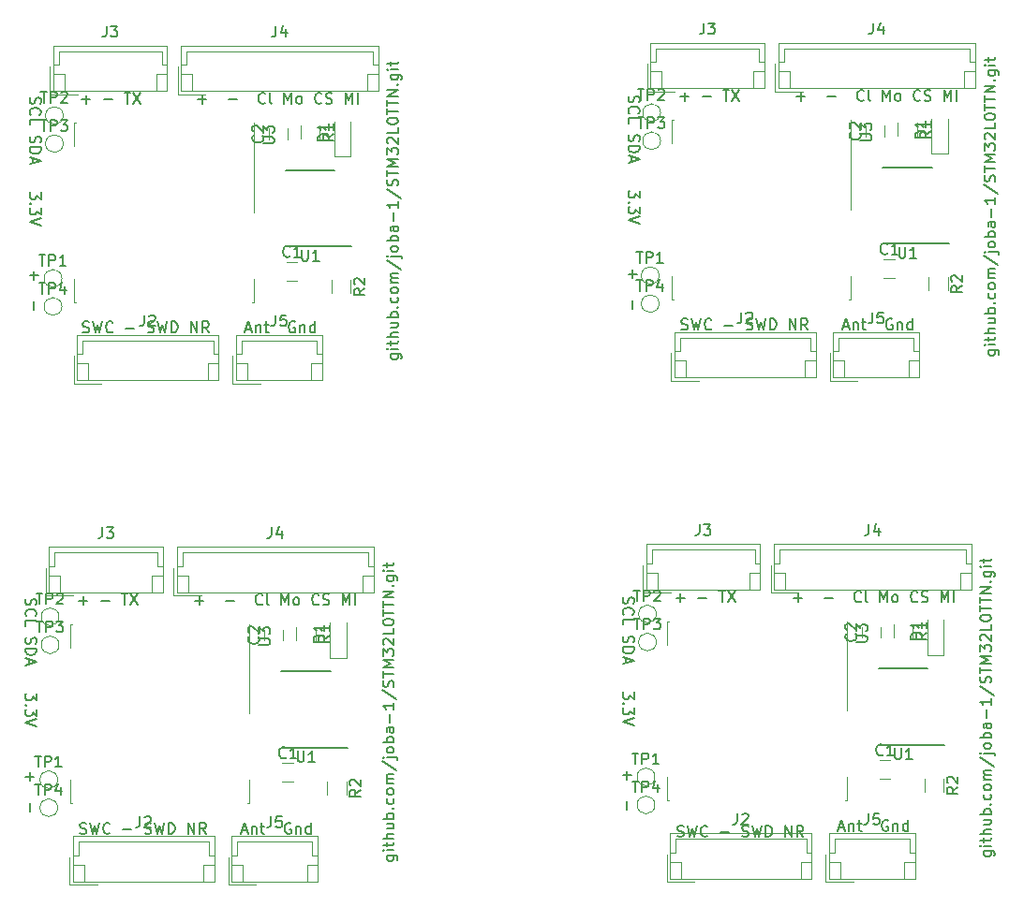
<source format=gto>
G04 #@! TF.FileFunction,Legend,Top*
%FSLAX46Y46*%
G04 Gerber Fmt 4.6, Leading zero omitted, Abs format (unit mm)*
G04 Created by KiCad (PCBNEW 4.0.7) date Wed Sep 16 00:54:05 2020*
%MOMM*%
%LPD*%
G01*
G04 APERTURE LIST*
%ADD10C,0.150000*%
%ADD11C,0.200000*%
%ADD12C,0.120000*%
%ADD13C,0.100000*%
G04 APERTURE END LIST*
D10*
D11*
X164504714Y-138936380D02*
X165314238Y-138936380D01*
X165409476Y-138983999D01*
X165457095Y-139031618D01*
X165504714Y-139126857D01*
X165504714Y-139269714D01*
X165457095Y-139364952D01*
X165123762Y-138936380D02*
X165171381Y-139031618D01*
X165171381Y-139222095D01*
X165123762Y-139317333D01*
X165076143Y-139364952D01*
X164980905Y-139412571D01*
X164695190Y-139412571D01*
X164599952Y-139364952D01*
X164552333Y-139317333D01*
X164504714Y-139222095D01*
X164504714Y-139031618D01*
X164552333Y-138936380D01*
X165171381Y-138460190D02*
X164504714Y-138460190D01*
X164171381Y-138460190D02*
X164219000Y-138507809D01*
X164266619Y-138460190D01*
X164219000Y-138412571D01*
X164171381Y-138460190D01*
X164266619Y-138460190D01*
X164504714Y-138126857D02*
X164504714Y-137745905D01*
X164171381Y-137984000D02*
X165028524Y-137984000D01*
X165123762Y-137936381D01*
X165171381Y-137841143D01*
X165171381Y-137745905D01*
X165171381Y-137412571D02*
X164171381Y-137412571D01*
X165171381Y-136983999D02*
X164647571Y-136983999D01*
X164552333Y-137031618D01*
X164504714Y-137126856D01*
X164504714Y-137269714D01*
X164552333Y-137364952D01*
X164599952Y-137412571D01*
X164504714Y-136079237D02*
X165171381Y-136079237D01*
X164504714Y-136507809D02*
X165028524Y-136507809D01*
X165123762Y-136460190D01*
X165171381Y-136364952D01*
X165171381Y-136222094D01*
X165123762Y-136126856D01*
X165076143Y-136079237D01*
X165171381Y-135603047D02*
X164171381Y-135603047D01*
X164552333Y-135603047D02*
X164504714Y-135507809D01*
X164504714Y-135317332D01*
X164552333Y-135222094D01*
X164599952Y-135174475D01*
X164695190Y-135126856D01*
X164980905Y-135126856D01*
X165076143Y-135174475D01*
X165123762Y-135222094D01*
X165171381Y-135317332D01*
X165171381Y-135507809D01*
X165123762Y-135603047D01*
X165076143Y-134698285D02*
X165123762Y-134650666D01*
X165171381Y-134698285D01*
X165123762Y-134745904D01*
X165076143Y-134698285D01*
X165171381Y-134698285D01*
X165123762Y-133793523D02*
X165171381Y-133888761D01*
X165171381Y-134079238D01*
X165123762Y-134174476D01*
X165076143Y-134222095D01*
X164980905Y-134269714D01*
X164695190Y-134269714D01*
X164599952Y-134222095D01*
X164552333Y-134174476D01*
X164504714Y-134079238D01*
X164504714Y-133888761D01*
X164552333Y-133793523D01*
X165171381Y-133222095D02*
X165123762Y-133317333D01*
X165076143Y-133364952D01*
X164980905Y-133412571D01*
X164695190Y-133412571D01*
X164599952Y-133364952D01*
X164552333Y-133317333D01*
X164504714Y-133222095D01*
X164504714Y-133079237D01*
X164552333Y-132983999D01*
X164599952Y-132936380D01*
X164695190Y-132888761D01*
X164980905Y-132888761D01*
X165076143Y-132936380D01*
X165123762Y-132983999D01*
X165171381Y-133079237D01*
X165171381Y-133222095D01*
X165171381Y-132460190D02*
X164504714Y-132460190D01*
X164599952Y-132460190D02*
X164552333Y-132412571D01*
X164504714Y-132317333D01*
X164504714Y-132174475D01*
X164552333Y-132079237D01*
X164647571Y-132031618D01*
X165171381Y-132031618D01*
X164647571Y-132031618D02*
X164552333Y-131983999D01*
X164504714Y-131888761D01*
X164504714Y-131745904D01*
X164552333Y-131650666D01*
X164647571Y-131603047D01*
X165171381Y-131603047D01*
X164123762Y-130412571D02*
X165409476Y-131269714D01*
X164504714Y-130079238D02*
X165361857Y-130079238D01*
X165457095Y-130126857D01*
X165504714Y-130222095D01*
X165504714Y-130269714D01*
X164171381Y-130079238D02*
X164219000Y-130126857D01*
X164266619Y-130079238D01*
X164219000Y-130031619D01*
X164171381Y-130079238D01*
X164266619Y-130079238D01*
X165171381Y-129460191D02*
X165123762Y-129555429D01*
X165076143Y-129603048D01*
X164980905Y-129650667D01*
X164695190Y-129650667D01*
X164599952Y-129603048D01*
X164552333Y-129555429D01*
X164504714Y-129460191D01*
X164504714Y-129317333D01*
X164552333Y-129222095D01*
X164599952Y-129174476D01*
X164695190Y-129126857D01*
X164980905Y-129126857D01*
X165076143Y-129174476D01*
X165123762Y-129222095D01*
X165171381Y-129317333D01*
X165171381Y-129460191D01*
X165171381Y-128698286D02*
X164171381Y-128698286D01*
X164552333Y-128698286D02*
X164504714Y-128603048D01*
X164504714Y-128412571D01*
X164552333Y-128317333D01*
X164599952Y-128269714D01*
X164695190Y-128222095D01*
X164980905Y-128222095D01*
X165076143Y-128269714D01*
X165123762Y-128317333D01*
X165171381Y-128412571D01*
X165171381Y-128603048D01*
X165123762Y-128698286D01*
X165171381Y-127364952D02*
X164647571Y-127364952D01*
X164552333Y-127412571D01*
X164504714Y-127507809D01*
X164504714Y-127698286D01*
X164552333Y-127793524D01*
X165123762Y-127364952D02*
X165171381Y-127460190D01*
X165171381Y-127698286D01*
X165123762Y-127793524D01*
X165028524Y-127841143D01*
X164933286Y-127841143D01*
X164838048Y-127793524D01*
X164790429Y-127698286D01*
X164790429Y-127460190D01*
X164742810Y-127364952D01*
X164790429Y-126888762D02*
X164790429Y-126126857D01*
X165171381Y-125126857D02*
X165171381Y-125698286D01*
X165171381Y-125412572D02*
X164171381Y-125412572D01*
X164314238Y-125507810D01*
X164409476Y-125603048D01*
X164457095Y-125698286D01*
X164123762Y-123984000D02*
X165409476Y-124841143D01*
X165123762Y-123698286D02*
X165171381Y-123555429D01*
X165171381Y-123317333D01*
X165123762Y-123222095D01*
X165076143Y-123174476D01*
X164980905Y-123126857D01*
X164885667Y-123126857D01*
X164790429Y-123174476D01*
X164742810Y-123222095D01*
X164695190Y-123317333D01*
X164647571Y-123507810D01*
X164599952Y-123603048D01*
X164552333Y-123650667D01*
X164457095Y-123698286D01*
X164361857Y-123698286D01*
X164266619Y-123650667D01*
X164219000Y-123603048D01*
X164171381Y-123507810D01*
X164171381Y-123269714D01*
X164219000Y-123126857D01*
X164171381Y-122841143D02*
X164171381Y-122269714D01*
X165171381Y-122555429D02*
X164171381Y-122555429D01*
X165171381Y-121936381D02*
X164171381Y-121936381D01*
X164885667Y-121603047D01*
X164171381Y-121269714D01*
X165171381Y-121269714D01*
X164171381Y-120888762D02*
X164171381Y-120269714D01*
X164552333Y-120603048D01*
X164552333Y-120460190D01*
X164599952Y-120364952D01*
X164647571Y-120317333D01*
X164742810Y-120269714D01*
X164980905Y-120269714D01*
X165076143Y-120317333D01*
X165123762Y-120364952D01*
X165171381Y-120460190D01*
X165171381Y-120745905D01*
X165123762Y-120841143D01*
X165076143Y-120888762D01*
X164266619Y-119888762D02*
X164219000Y-119841143D01*
X164171381Y-119745905D01*
X164171381Y-119507809D01*
X164219000Y-119412571D01*
X164266619Y-119364952D01*
X164361857Y-119317333D01*
X164457095Y-119317333D01*
X164599952Y-119364952D01*
X165171381Y-119936381D01*
X165171381Y-119317333D01*
X165171381Y-118412571D02*
X165171381Y-118888762D01*
X164171381Y-118888762D01*
X164171381Y-117888762D02*
X164171381Y-117793523D01*
X164219000Y-117698285D01*
X164266619Y-117650666D01*
X164361857Y-117603047D01*
X164552333Y-117555428D01*
X164790429Y-117555428D01*
X164980905Y-117603047D01*
X165076143Y-117650666D01*
X165123762Y-117698285D01*
X165171381Y-117793523D01*
X165171381Y-117888762D01*
X165123762Y-117984000D01*
X165076143Y-118031619D01*
X164980905Y-118079238D01*
X164790429Y-118126857D01*
X164552333Y-118126857D01*
X164361857Y-118079238D01*
X164266619Y-118031619D01*
X164219000Y-117984000D01*
X164171381Y-117888762D01*
X164171381Y-117269714D02*
X164171381Y-116698285D01*
X165171381Y-116984000D02*
X164171381Y-116984000D01*
X164171381Y-116507809D02*
X164171381Y-115936380D01*
X165171381Y-116222095D02*
X164171381Y-116222095D01*
X165171381Y-115603047D02*
X164171381Y-115603047D01*
X165171381Y-115031618D01*
X164171381Y-115031618D01*
X165076143Y-114555428D02*
X165123762Y-114507809D01*
X165171381Y-114555428D01*
X165123762Y-114603047D01*
X165076143Y-114555428D01*
X165171381Y-114555428D01*
X164504714Y-113650666D02*
X165314238Y-113650666D01*
X165409476Y-113698285D01*
X165457095Y-113745904D01*
X165504714Y-113841143D01*
X165504714Y-113984000D01*
X165457095Y-114079238D01*
X165123762Y-113650666D02*
X165171381Y-113745904D01*
X165171381Y-113936381D01*
X165123762Y-114031619D01*
X165076143Y-114079238D01*
X164980905Y-114126857D01*
X164695190Y-114126857D01*
X164599952Y-114079238D01*
X164552333Y-114031619D01*
X164504714Y-113936381D01*
X164504714Y-113745904D01*
X164552333Y-113650666D01*
X165171381Y-113174476D02*
X164504714Y-113174476D01*
X164171381Y-113174476D02*
X164219000Y-113222095D01*
X164266619Y-113174476D01*
X164219000Y-113126857D01*
X164171381Y-113174476D01*
X164266619Y-113174476D01*
X164504714Y-112841143D02*
X164504714Y-112460191D01*
X164171381Y-112698286D02*
X165028524Y-112698286D01*
X165123762Y-112650667D01*
X165171381Y-112555429D01*
X165171381Y-112460191D01*
X218479714Y-138555380D02*
X219289238Y-138555380D01*
X219384476Y-138602999D01*
X219432095Y-138650618D01*
X219479714Y-138745857D01*
X219479714Y-138888714D01*
X219432095Y-138983952D01*
X219098762Y-138555380D02*
X219146381Y-138650618D01*
X219146381Y-138841095D01*
X219098762Y-138936333D01*
X219051143Y-138983952D01*
X218955905Y-139031571D01*
X218670190Y-139031571D01*
X218574952Y-138983952D01*
X218527333Y-138936333D01*
X218479714Y-138841095D01*
X218479714Y-138650618D01*
X218527333Y-138555380D01*
X219146381Y-138079190D02*
X218479714Y-138079190D01*
X218146381Y-138079190D02*
X218194000Y-138126809D01*
X218241619Y-138079190D01*
X218194000Y-138031571D01*
X218146381Y-138079190D01*
X218241619Y-138079190D01*
X218479714Y-137745857D02*
X218479714Y-137364905D01*
X218146381Y-137603000D02*
X219003524Y-137603000D01*
X219098762Y-137555381D01*
X219146381Y-137460143D01*
X219146381Y-137364905D01*
X219146381Y-137031571D02*
X218146381Y-137031571D01*
X219146381Y-136602999D02*
X218622571Y-136602999D01*
X218527333Y-136650618D01*
X218479714Y-136745856D01*
X218479714Y-136888714D01*
X218527333Y-136983952D01*
X218574952Y-137031571D01*
X218479714Y-135698237D02*
X219146381Y-135698237D01*
X218479714Y-136126809D02*
X219003524Y-136126809D01*
X219098762Y-136079190D01*
X219146381Y-135983952D01*
X219146381Y-135841094D01*
X219098762Y-135745856D01*
X219051143Y-135698237D01*
X219146381Y-135222047D02*
X218146381Y-135222047D01*
X218527333Y-135222047D02*
X218479714Y-135126809D01*
X218479714Y-134936332D01*
X218527333Y-134841094D01*
X218574952Y-134793475D01*
X218670190Y-134745856D01*
X218955905Y-134745856D01*
X219051143Y-134793475D01*
X219098762Y-134841094D01*
X219146381Y-134936332D01*
X219146381Y-135126809D01*
X219098762Y-135222047D01*
X219051143Y-134317285D02*
X219098762Y-134269666D01*
X219146381Y-134317285D01*
X219098762Y-134364904D01*
X219051143Y-134317285D01*
X219146381Y-134317285D01*
X219098762Y-133412523D02*
X219146381Y-133507761D01*
X219146381Y-133698238D01*
X219098762Y-133793476D01*
X219051143Y-133841095D01*
X218955905Y-133888714D01*
X218670190Y-133888714D01*
X218574952Y-133841095D01*
X218527333Y-133793476D01*
X218479714Y-133698238D01*
X218479714Y-133507761D01*
X218527333Y-133412523D01*
X219146381Y-132841095D02*
X219098762Y-132936333D01*
X219051143Y-132983952D01*
X218955905Y-133031571D01*
X218670190Y-133031571D01*
X218574952Y-132983952D01*
X218527333Y-132936333D01*
X218479714Y-132841095D01*
X218479714Y-132698237D01*
X218527333Y-132602999D01*
X218574952Y-132555380D01*
X218670190Y-132507761D01*
X218955905Y-132507761D01*
X219051143Y-132555380D01*
X219098762Y-132602999D01*
X219146381Y-132698237D01*
X219146381Y-132841095D01*
X219146381Y-132079190D02*
X218479714Y-132079190D01*
X218574952Y-132079190D02*
X218527333Y-132031571D01*
X218479714Y-131936333D01*
X218479714Y-131793475D01*
X218527333Y-131698237D01*
X218622571Y-131650618D01*
X219146381Y-131650618D01*
X218622571Y-131650618D02*
X218527333Y-131602999D01*
X218479714Y-131507761D01*
X218479714Y-131364904D01*
X218527333Y-131269666D01*
X218622571Y-131222047D01*
X219146381Y-131222047D01*
X218098762Y-130031571D02*
X219384476Y-130888714D01*
X218479714Y-129698238D02*
X219336857Y-129698238D01*
X219432095Y-129745857D01*
X219479714Y-129841095D01*
X219479714Y-129888714D01*
X218146381Y-129698238D02*
X218194000Y-129745857D01*
X218241619Y-129698238D01*
X218194000Y-129650619D01*
X218146381Y-129698238D01*
X218241619Y-129698238D01*
X219146381Y-129079191D02*
X219098762Y-129174429D01*
X219051143Y-129222048D01*
X218955905Y-129269667D01*
X218670190Y-129269667D01*
X218574952Y-129222048D01*
X218527333Y-129174429D01*
X218479714Y-129079191D01*
X218479714Y-128936333D01*
X218527333Y-128841095D01*
X218574952Y-128793476D01*
X218670190Y-128745857D01*
X218955905Y-128745857D01*
X219051143Y-128793476D01*
X219098762Y-128841095D01*
X219146381Y-128936333D01*
X219146381Y-129079191D01*
X219146381Y-128317286D02*
X218146381Y-128317286D01*
X218527333Y-128317286D02*
X218479714Y-128222048D01*
X218479714Y-128031571D01*
X218527333Y-127936333D01*
X218574952Y-127888714D01*
X218670190Y-127841095D01*
X218955905Y-127841095D01*
X219051143Y-127888714D01*
X219098762Y-127936333D01*
X219146381Y-128031571D01*
X219146381Y-128222048D01*
X219098762Y-128317286D01*
X219146381Y-126983952D02*
X218622571Y-126983952D01*
X218527333Y-127031571D01*
X218479714Y-127126809D01*
X218479714Y-127317286D01*
X218527333Y-127412524D01*
X219098762Y-126983952D02*
X219146381Y-127079190D01*
X219146381Y-127317286D01*
X219098762Y-127412524D01*
X219003524Y-127460143D01*
X218908286Y-127460143D01*
X218813048Y-127412524D01*
X218765429Y-127317286D01*
X218765429Y-127079190D01*
X218717810Y-126983952D01*
X218765429Y-126507762D02*
X218765429Y-125745857D01*
X219146381Y-124745857D02*
X219146381Y-125317286D01*
X219146381Y-125031572D02*
X218146381Y-125031572D01*
X218289238Y-125126810D01*
X218384476Y-125222048D01*
X218432095Y-125317286D01*
X218098762Y-123603000D02*
X219384476Y-124460143D01*
X219098762Y-123317286D02*
X219146381Y-123174429D01*
X219146381Y-122936333D01*
X219098762Y-122841095D01*
X219051143Y-122793476D01*
X218955905Y-122745857D01*
X218860667Y-122745857D01*
X218765429Y-122793476D01*
X218717810Y-122841095D01*
X218670190Y-122936333D01*
X218622571Y-123126810D01*
X218574952Y-123222048D01*
X218527333Y-123269667D01*
X218432095Y-123317286D01*
X218336857Y-123317286D01*
X218241619Y-123269667D01*
X218194000Y-123222048D01*
X218146381Y-123126810D01*
X218146381Y-122888714D01*
X218194000Y-122745857D01*
X218146381Y-122460143D02*
X218146381Y-121888714D01*
X219146381Y-122174429D02*
X218146381Y-122174429D01*
X219146381Y-121555381D02*
X218146381Y-121555381D01*
X218860667Y-121222047D01*
X218146381Y-120888714D01*
X219146381Y-120888714D01*
X218146381Y-120507762D02*
X218146381Y-119888714D01*
X218527333Y-120222048D01*
X218527333Y-120079190D01*
X218574952Y-119983952D01*
X218622571Y-119936333D01*
X218717810Y-119888714D01*
X218955905Y-119888714D01*
X219051143Y-119936333D01*
X219098762Y-119983952D01*
X219146381Y-120079190D01*
X219146381Y-120364905D01*
X219098762Y-120460143D01*
X219051143Y-120507762D01*
X218241619Y-119507762D02*
X218194000Y-119460143D01*
X218146381Y-119364905D01*
X218146381Y-119126809D01*
X218194000Y-119031571D01*
X218241619Y-118983952D01*
X218336857Y-118936333D01*
X218432095Y-118936333D01*
X218574952Y-118983952D01*
X219146381Y-119555381D01*
X219146381Y-118936333D01*
X219146381Y-118031571D02*
X219146381Y-118507762D01*
X218146381Y-118507762D01*
X218146381Y-117507762D02*
X218146381Y-117412523D01*
X218194000Y-117317285D01*
X218241619Y-117269666D01*
X218336857Y-117222047D01*
X218527333Y-117174428D01*
X218765429Y-117174428D01*
X218955905Y-117222047D01*
X219051143Y-117269666D01*
X219098762Y-117317285D01*
X219146381Y-117412523D01*
X219146381Y-117507762D01*
X219098762Y-117603000D01*
X219051143Y-117650619D01*
X218955905Y-117698238D01*
X218765429Y-117745857D01*
X218527333Y-117745857D01*
X218336857Y-117698238D01*
X218241619Y-117650619D01*
X218194000Y-117603000D01*
X218146381Y-117507762D01*
X218146381Y-116888714D02*
X218146381Y-116317285D01*
X219146381Y-116603000D02*
X218146381Y-116603000D01*
X218146381Y-116126809D02*
X218146381Y-115555380D01*
X219146381Y-115841095D02*
X218146381Y-115841095D01*
X219146381Y-115222047D02*
X218146381Y-115222047D01*
X219146381Y-114650618D01*
X218146381Y-114650618D01*
X219051143Y-114174428D02*
X219098762Y-114126809D01*
X219146381Y-114174428D01*
X219098762Y-114222047D01*
X219051143Y-114174428D01*
X219146381Y-114174428D01*
X218479714Y-113269666D02*
X219289238Y-113269666D01*
X219384476Y-113317285D01*
X219432095Y-113364904D01*
X219479714Y-113460143D01*
X219479714Y-113603000D01*
X219432095Y-113698238D01*
X219098762Y-113269666D02*
X219146381Y-113364904D01*
X219146381Y-113555381D01*
X219098762Y-113650619D01*
X219051143Y-113698238D01*
X218955905Y-113745857D01*
X218670190Y-113745857D01*
X218574952Y-113698238D01*
X218527333Y-113650619D01*
X218479714Y-113555381D01*
X218479714Y-113364904D01*
X218527333Y-113269666D01*
X219146381Y-112793476D02*
X218479714Y-112793476D01*
X218146381Y-112793476D02*
X218194000Y-112841095D01*
X218241619Y-112793476D01*
X218194000Y-112745857D01*
X218146381Y-112793476D01*
X218241619Y-112793476D01*
X218479714Y-112460143D02*
X218479714Y-112079191D01*
X218146381Y-112317286D02*
X219003524Y-112317286D01*
X219098762Y-112269667D01*
X219146381Y-112174429D01*
X219146381Y-112079191D01*
X218860714Y-93216380D02*
X219670238Y-93216380D01*
X219765476Y-93263999D01*
X219813095Y-93311618D01*
X219860714Y-93406857D01*
X219860714Y-93549714D01*
X219813095Y-93644952D01*
X219479762Y-93216380D02*
X219527381Y-93311618D01*
X219527381Y-93502095D01*
X219479762Y-93597333D01*
X219432143Y-93644952D01*
X219336905Y-93692571D01*
X219051190Y-93692571D01*
X218955952Y-93644952D01*
X218908333Y-93597333D01*
X218860714Y-93502095D01*
X218860714Y-93311618D01*
X218908333Y-93216380D01*
X219527381Y-92740190D02*
X218860714Y-92740190D01*
X218527381Y-92740190D02*
X218575000Y-92787809D01*
X218622619Y-92740190D01*
X218575000Y-92692571D01*
X218527381Y-92740190D01*
X218622619Y-92740190D01*
X218860714Y-92406857D02*
X218860714Y-92025905D01*
X218527381Y-92264000D02*
X219384524Y-92264000D01*
X219479762Y-92216381D01*
X219527381Y-92121143D01*
X219527381Y-92025905D01*
X219527381Y-91692571D02*
X218527381Y-91692571D01*
X219527381Y-91263999D02*
X219003571Y-91263999D01*
X218908333Y-91311618D01*
X218860714Y-91406856D01*
X218860714Y-91549714D01*
X218908333Y-91644952D01*
X218955952Y-91692571D01*
X218860714Y-90359237D02*
X219527381Y-90359237D01*
X218860714Y-90787809D02*
X219384524Y-90787809D01*
X219479762Y-90740190D01*
X219527381Y-90644952D01*
X219527381Y-90502094D01*
X219479762Y-90406856D01*
X219432143Y-90359237D01*
X219527381Y-89883047D02*
X218527381Y-89883047D01*
X218908333Y-89883047D02*
X218860714Y-89787809D01*
X218860714Y-89597332D01*
X218908333Y-89502094D01*
X218955952Y-89454475D01*
X219051190Y-89406856D01*
X219336905Y-89406856D01*
X219432143Y-89454475D01*
X219479762Y-89502094D01*
X219527381Y-89597332D01*
X219527381Y-89787809D01*
X219479762Y-89883047D01*
X219432143Y-88978285D02*
X219479762Y-88930666D01*
X219527381Y-88978285D01*
X219479762Y-89025904D01*
X219432143Y-88978285D01*
X219527381Y-88978285D01*
X219479762Y-88073523D02*
X219527381Y-88168761D01*
X219527381Y-88359238D01*
X219479762Y-88454476D01*
X219432143Y-88502095D01*
X219336905Y-88549714D01*
X219051190Y-88549714D01*
X218955952Y-88502095D01*
X218908333Y-88454476D01*
X218860714Y-88359238D01*
X218860714Y-88168761D01*
X218908333Y-88073523D01*
X219527381Y-87502095D02*
X219479762Y-87597333D01*
X219432143Y-87644952D01*
X219336905Y-87692571D01*
X219051190Y-87692571D01*
X218955952Y-87644952D01*
X218908333Y-87597333D01*
X218860714Y-87502095D01*
X218860714Y-87359237D01*
X218908333Y-87263999D01*
X218955952Y-87216380D01*
X219051190Y-87168761D01*
X219336905Y-87168761D01*
X219432143Y-87216380D01*
X219479762Y-87263999D01*
X219527381Y-87359237D01*
X219527381Y-87502095D01*
X219527381Y-86740190D02*
X218860714Y-86740190D01*
X218955952Y-86740190D02*
X218908333Y-86692571D01*
X218860714Y-86597333D01*
X218860714Y-86454475D01*
X218908333Y-86359237D01*
X219003571Y-86311618D01*
X219527381Y-86311618D01*
X219003571Y-86311618D02*
X218908333Y-86263999D01*
X218860714Y-86168761D01*
X218860714Y-86025904D01*
X218908333Y-85930666D01*
X219003571Y-85883047D01*
X219527381Y-85883047D01*
X218479762Y-84692571D02*
X219765476Y-85549714D01*
X218860714Y-84359238D02*
X219717857Y-84359238D01*
X219813095Y-84406857D01*
X219860714Y-84502095D01*
X219860714Y-84549714D01*
X218527381Y-84359238D02*
X218575000Y-84406857D01*
X218622619Y-84359238D01*
X218575000Y-84311619D01*
X218527381Y-84359238D01*
X218622619Y-84359238D01*
X219527381Y-83740191D02*
X219479762Y-83835429D01*
X219432143Y-83883048D01*
X219336905Y-83930667D01*
X219051190Y-83930667D01*
X218955952Y-83883048D01*
X218908333Y-83835429D01*
X218860714Y-83740191D01*
X218860714Y-83597333D01*
X218908333Y-83502095D01*
X218955952Y-83454476D01*
X219051190Y-83406857D01*
X219336905Y-83406857D01*
X219432143Y-83454476D01*
X219479762Y-83502095D01*
X219527381Y-83597333D01*
X219527381Y-83740191D01*
X219527381Y-82978286D02*
X218527381Y-82978286D01*
X218908333Y-82978286D02*
X218860714Y-82883048D01*
X218860714Y-82692571D01*
X218908333Y-82597333D01*
X218955952Y-82549714D01*
X219051190Y-82502095D01*
X219336905Y-82502095D01*
X219432143Y-82549714D01*
X219479762Y-82597333D01*
X219527381Y-82692571D01*
X219527381Y-82883048D01*
X219479762Y-82978286D01*
X219527381Y-81644952D02*
X219003571Y-81644952D01*
X218908333Y-81692571D01*
X218860714Y-81787809D01*
X218860714Y-81978286D01*
X218908333Y-82073524D01*
X219479762Y-81644952D02*
X219527381Y-81740190D01*
X219527381Y-81978286D01*
X219479762Y-82073524D01*
X219384524Y-82121143D01*
X219289286Y-82121143D01*
X219194048Y-82073524D01*
X219146429Y-81978286D01*
X219146429Y-81740190D01*
X219098810Y-81644952D01*
X219146429Y-81168762D02*
X219146429Y-80406857D01*
X219527381Y-79406857D02*
X219527381Y-79978286D01*
X219527381Y-79692572D02*
X218527381Y-79692572D01*
X218670238Y-79787810D01*
X218765476Y-79883048D01*
X218813095Y-79978286D01*
X218479762Y-78264000D02*
X219765476Y-79121143D01*
X219479762Y-77978286D02*
X219527381Y-77835429D01*
X219527381Y-77597333D01*
X219479762Y-77502095D01*
X219432143Y-77454476D01*
X219336905Y-77406857D01*
X219241667Y-77406857D01*
X219146429Y-77454476D01*
X219098810Y-77502095D01*
X219051190Y-77597333D01*
X219003571Y-77787810D01*
X218955952Y-77883048D01*
X218908333Y-77930667D01*
X218813095Y-77978286D01*
X218717857Y-77978286D01*
X218622619Y-77930667D01*
X218575000Y-77883048D01*
X218527381Y-77787810D01*
X218527381Y-77549714D01*
X218575000Y-77406857D01*
X218527381Y-77121143D02*
X218527381Y-76549714D01*
X219527381Y-76835429D02*
X218527381Y-76835429D01*
X219527381Y-76216381D02*
X218527381Y-76216381D01*
X219241667Y-75883047D01*
X218527381Y-75549714D01*
X219527381Y-75549714D01*
X218527381Y-75168762D02*
X218527381Y-74549714D01*
X218908333Y-74883048D01*
X218908333Y-74740190D01*
X218955952Y-74644952D01*
X219003571Y-74597333D01*
X219098810Y-74549714D01*
X219336905Y-74549714D01*
X219432143Y-74597333D01*
X219479762Y-74644952D01*
X219527381Y-74740190D01*
X219527381Y-75025905D01*
X219479762Y-75121143D01*
X219432143Y-75168762D01*
X218622619Y-74168762D02*
X218575000Y-74121143D01*
X218527381Y-74025905D01*
X218527381Y-73787809D01*
X218575000Y-73692571D01*
X218622619Y-73644952D01*
X218717857Y-73597333D01*
X218813095Y-73597333D01*
X218955952Y-73644952D01*
X219527381Y-74216381D01*
X219527381Y-73597333D01*
X219527381Y-72692571D02*
X219527381Y-73168762D01*
X218527381Y-73168762D01*
X218527381Y-72168762D02*
X218527381Y-72073523D01*
X218575000Y-71978285D01*
X218622619Y-71930666D01*
X218717857Y-71883047D01*
X218908333Y-71835428D01*
X219146429Y-71835428D01*
X219336905Y-71883047D01*
X219432143Y-71930666D01*
X219479762Y-71978285D01*
X219527381Y-72073523D01*
X219527381Y-72168762D01*
X219479762Y-72264000D01*
X219432143Y-72311619D01*
X219336905Y-72359238D01*
X219146429Y-72406857D01*
X218908333Y-72406857D01*
X218717857Y-72359238D01*
X218622619Y-72311619D01*
X218575000Y-72264000D01*
X218527381Y-72168762D01*
X218527381Y-71549714D02*
X218527381Y-70978285D01*
X219527381Y-71264000D02*
X218527381Y-71264000D01*
X218527381Y-70787809D02*
X218527381Y-70216380D01*
X219527381Y-70502095D02*
X218527381Y-70502095D01*
X219527381Y-69883047D02*
X218527381Y-69883047D01*
X219527381Y-69311618D01*
X218527381Y-69311618D01*
X219432143Y-68835428D02*
X219479762Y-68787809D01*
X219527381Y-68835428D01*
X219479762Y-68883047D01*
X219432143Y-68835428D01*
X219527381Y-68835428D01*
X218860714Y-67930666D02*
X219670238Y-67930666D01*
X219765476Y-67978285D01*
X219813095Y-68025904D01*
X219860714Y-68121143D01*
X219860714Y-68264000D01*
X219813095Y-68359238D01*
X219479762Y-67930666D02*
X219527381Y-68025904D01*
X219527381Y-68216381D01*
X219479762Y-68311619D01*
X219432143Y-68359238D01*
X219336905Y-68406857D01*
X219051190Y-68406857D01*
X218955952Y-68359238D01*
X218908333Y-68311619D01*
X218860714Y-68216381D01*
X218860714Y-68025904D01*
X218908333Y-67930666D01*
X219527381Y-67454476D02*
X218860714Y-67454476D01*
X218527381Y-67454476D02*
X218575000Y-67502095D01*
X218622619Y-67454476D01*
X218575000Y-67406857D01*
X218527381Y-67454476D01*
X218622619Y-67454476D01*
X218860714Y-67121143D02*
X218860714Y-66740191D01*
X218527381Y-66978286D02*
X219384524Y-66978286D01*
X219479762Y-66930667D01*
X219527381Y-66835429D01*
X219527381Y-66740191D01*
X164885714Y-93597380D02*
X165695238Y-93597380D01*
X165790476Y-93644999D01*
X165838095Y-93692618D01*
X165885714Y-93787857D01*
X165885714Y-93930714D01*
X165838095Y-94025952D01*
X165504762Y-93597380D02*
X165552381Y-93692618D01*
X165552381Y-93883095D01*
X165504762Y-93978333D01*
X165457143Y-94025952D01*
X165361905Y-94073571D01*
X165076190Y-94073571D01*
X164980952Y-94025952D01*
X164933333Y-93978333D01*
X164885714Y-93883095D01*
X164885714Y-93692618D01*
X164933333Y-93597380D01*
X165552381Y-93121190D02*
X164885714Y-93121190D01*
X164552381Y-93121190D02*
X164600000Y-93168809D01*
X164647619Y-93121190D01*
X164600000Y-93073571D01*
X164552381Y-93121190D01*
X164647619Y-93121190D01*
X164885714Y-92787857D02*
X164885714Y-92406905D01*
X164552381Y-92645000D02*
X165409524Y-92645000D01*
X165504762Y-92597381D01*
X165552381Y-92502143D01*
X165552381Y-92406905D01*
X165552381Y-92073571D02*
X164552381Y-92073571D01*
X165552381Y-91644999D02*
X165028571Y-91644999D01*
X164933333Y-91692618D01*
X164885714Y-91787856D01*
X164885714Y-91930714D01*
X164933333Y-92025952D01*
X164980952Y-92073571D01*
X164885714Y-90740237D02*
X165552381Y-90740237D01*
X164885714Y-91168809D02*
X165409524Y-91168809D01*
X165504762Y-91121190D01*
X165552381Y-91025952D01*
X165552381Y-90883094D01*
X165504762Y-90787856D01*
X165457143Y-90740237D01*
X165552381Y-90264047D02*
X164552381Y-90264047D01*
X164933333Y-90264047D02*
X164885714Y-90168809D01*
X164885714Y-89978332D01*
X164933333Y-89883094D01*
X164980952Y-89835475D01*
X165076190Y-89787856D01*
X165361905Y-89787856D01*
X165457143Y-89835475D01*
X165504762Y-89883094D01*
X165552381Y-89978332D01*
X165552381Y-90168809D01*
X165504762Y-90264047D01*
X165457143Y-89359285D02*
X165504762Y-89311666D01*
X165552381Y-89359285D01*
X165504762Y-89406904D01*
X165457143Y-89359285D01*
X165552381Y-89359285D01*
X165504762Y-88454523D02*
X165552381Y-88549761D01*
X165552381Y-88740238D01*
X165504762Y-88835476D01*
X165457143Y-88883095D01*
X165361905Y-88930714D01*
X165076190Y-88930714D01*
X164980952Y-88883095D01*
X164933333Y-88835476D01*
X164885714Y-88740238D01*
X164885714Y-88549761D01*
X164933333Y-88454523D01*
X165552381Y-87883095D02*
X165504762Y-87978333D01*
X165457143Y-88025952D01*
X165361905Y-88073571D01*
X165076190Y-88073571D01*
X164980952Y-88025952D01*
X164933333Y-87978333D01*
X164885714Y-87883095D01*
X164885714Y-87740237D01*
X164933333Y-87644999D01*
X164980952Y-87597380D01*
X165076190Y-87549761D01*
X165361905Y-87549761D01*
X165457143Y-87597380D01*
X165504762Y-87644999D01*
X165552381Y-87740237D01*
X165552381Y-87883095D01*
X165552381Y-87121190D02*
X164885714Y-87121190D01*
X164980952Y-87121190D02*
X164933333Y-87073571D01*
X164885714Y-86978333D01*
X164885714Y-86835475D01*
X164933333Y-86740237D01*
X165028571Y-86692618D01*
X165552381Y-86692618D01*
X165028571Y-86692618D02*
X164933333Y-86644999D01*
X164885714Y-86549761D01*
X164885714Y-86406904D01*
X164933333Y-86311666D01*
X165028571Y-86264047D01*
X165552381Y-86264047D01*
X164504762Y-85073571D02*
X165790476Y-85930714D01*
X164885714Y-84740238D02*
X165742857Y-84740238D01*
X165838095Y-84787857D01*
X165885714Y-84883095D01*
X165885714Y-84930714D01*
X164552381Y-84740238D02*
X164600000Y-84787857D01*
X164647619Y-84740238D01*
X164600000Y-84692619D01*
X164552381Y-84740238D01*
X164647619Y-84740238D01*
X165552381Y-84121191D02*
X165504762Y-84216429D01*
X165457143Y-84264048D01*
X165361905Y-84311667D01*
X165076190Y-84311667D01*
X164980952Y-84264048D01*
X164933333Y-84216429D01*
X164885714Y-84121191D01*
X164885714Y-83978333D01*
X164933333Y-83883095D01*
X164980952Y-83835476D01*
X165076190Y-83787857D01*
X165361905Y-83787857D01*
X165457143Y-83835476D01*
X165504762Y-83883095D01*
X165552381Y-83978333D01*
X165552381Y-84121191D01*
X165552381Y-83359286D02*
X164552381Y-83359286D01*
X164933333Y-83359286D02*
X164885714Y-83264048D01*
X164885714Y-83073571D01*
X164933333Y-82978333D01*
X164980952Y-82930714D01*
X165076190Y-82883095D01*
X165361905Y-82883095D01*
X165457143Y-82930714D01*
X165504762Y-82978333D01*
X165552381Y-83073571D01*
X165552381Y-83264048D01*
X165504762Y-83359286D01*
X165552381Y-82025952D02*
X165028571Y-82025952D01*
X164933333Y-82073571D01*
X164885714Y-82168809D01*
X164885714Y-82359286D01*
X164933333Y-82454524D01*
X165504762Y-82025952D02*
X165552381Y-82121190D01*
X165552381Y-82359286D01*
X165504762Y-82454524D01*
X165409524Y-82502143D01*
X165314286Y-82502143D01*
X165219048Y-82454524D01*
X165171429Y-82359286D01*
X165171429Y-82121190D01*
X165123810Y-82025952D01*
X165171429Y-81549762D02*
X165171429Y-80787857D01*
X165552381Y-79787857D02*
X165552381Y-80359286D01*
X165552381Y-80073572D02*
X164552381Y-80073572D01*
X164695238Y-80168810D01*
X164790476Y-80264048D01*
X164838095Y-80359286D01*
X164504762Y-78645000D02*
X165790476Y-79502143D01*
X165504762Y-78359286D02*
X165552381Y-78216429D01*
X165552381Y-77978333D01*
X165504762Y-77883095D01*
X165457143Y-77835476D01*
X165361905Y-77787857D01*
X165266667Y-77787857D01*
X165171429Y-77835476D01*
X165123810Y-77883095D01*
X165076190Y-77978333D01*
X165028571Y-78168810D01*
X164980952Y-78264048D01*
X164933333Y-78311667D01*
X164838095Y-78359286D01*
X164742857Y-78359286D01*
X164647619Y-78311667D01*
X164600000Y-78264048D01*
X164552381Y-78168810D01*
X164552381Y-77930714D01*
X164600000Y-77787857D01*
X164552381Y-77502143D02*
X164552381Y-76930714D01*
X165552381Y-77216429D02*
X164552381Y-77216429D01*
X165552381Y-76597381D02*
X164552381Y-76597381D01*
X165266667Y-76264047D01*
X164552381Y-75930714D01*
X165552381Y-75930714D01*
X164552381Y-75549762D02*
X164552381Y-74930714D01*
X164933333Y-75264048D01*
X164933333Y-75121190D01*
X164980952Y-75025952D01*
X165028571Y-74978333D01*
X165123810Y-74930714D01*
X165361905Y-74930714D01*
X165457143Y-74978333D01*
X165504762Y-75025952D01*
X165552381Y-75121190D01*
X165552381Y-75406905D01*
X165504762Y-75502143D01*
X165457143Y-75549762D01*
X164647619Y-74549762D02*
X164600000Y-74502143D01*
X164552381Y-74406905D01*
X164552381Y-74168809D01*
X164600000Y-74073571D01*
X164647619Y-74025952D01*
X164742857Y-73978333D01*
X164838095Y-73978333D01*
X164980952Y-74025952D01*
X165552381Y-74597381D01*
X165552381Y-73978333D01*
X165552381Y-73073571D02*
X165552381Y-73549762D01*
X164552381Y-73549762D01*
X164552381Y-72549762D02*
X164552381Y-72454523D01*
X164600000Y-72359285D01*
X164647619Y-72311666D01*
X164742857Y-72264047D01*
X164933333Y-72216428D01*
X165171429Y-72216428D01*
X165361905Y-72264047D01*
X165457143Y-72311666D01*
X165504762Y-72359285D01*
X165552381Y-72454523D01*
X165552381Y-72549762D01*
X165504762Y-72645000D01*
X165457143Y-72692619D01*
X165361905Y-72740238D01*
X165171429Y-72787857D01*
X164933333Y-72787857D01*
X164742857Y-72740238D01*
X164647619Y-72692619D01*
X164600000Y-72645000D01*
X164552381Y-72549762D01*
X164552381Y-71930714D02*
X164552381Y-71359285D01*
X165552381Y-71645000D02*
X164552381Y-71645000D01*
X164552381Y-71168809D02*
X164552381Y-70597380D01*
X165552381Y-70883095D02*
X164552381Y-70883095D01*
X165552381Y-70264047D02*
X164552381Y-70264047D01*
X165552381Y-69692618D01*
X164552381Y-69692618D01*
X165457143Y-69216428D02*
X165504762Y-69168809D01*
X165552381Y-69216428D01*
X165504762Y-69264047D01*
X165457143Y-69216428D01*
X165552381Y-69216428D01*
X164885714Y-68311666D02*
X165695238Y-68311666D01*
X165790476Y-68359285D01*
X165838095Y-68406904D01*
X165885714Y-68502143D01*
X165885714Y-68645000D01*
X165838095Y-68740238D01*
X165504762Y-68311666D02*
X165552381Y-68406904D01*
X165552381Y-68597381D01*
X165504762Y-68692619D01*
X165457143Y-68740238D01*
X165361905Y-68787857D01*
X165076190Y-68787857D01*
X164980952Y-68740238D01*
X164933333Y-68692619D01*
X164885714Y-68597381D01*
X164885714Y-68406904D01*
X164933333Y-68311666D01*
X165552381Y-67835476D02*
X164885714Y-67835476D01*
X164552381Y-67835476D02*
X164600000Y-67883095D01*
X164647619Y-67835476D01*
X164600000Y-67787857D01*
X164552381Y-67835476D01*
X164647619Y-67835476D01*
X164885714Y-67502143D02*
X164885714Y-67121191D01*
X164552381Y-67359286D02*
X165409524Y-67359286D01*
X165504762Y-67311667D01*
X165552381Y-67216429D01*
X165552381Y-67121191D01*
X132310238Y-70367142D02*
X132262619Y-70509999D01*
X132262619Y-70748095D01*
X132310238Y-70843333D01*
X132357857Y-70890952D01*
X132453095Y-70938571D01*
X132548333Y-70938571D01*
X132643571Y-70890952D01*
X132691190Y-70843333D01*
X132738810Y-70748095D01*
X132786429Y-70557618D01*
X132834048Y-70462380D01*
X132881667Y-70414761D01*
X132976905Y-70367142D01*
X133072143Y-70367142D01*
X133167381Y-70414761D01*
X133215000Y-70462380D01*
X133262619Y-70557618D01*
X133262619Y-70795714D01*
X133215000Y-70938571D01*
X132357857Y-71938571D02*
X132310238Y-71890952D01*
X132262619Y-71748095D01*
X132262619Y-71652857D01*
X132310238Y-71509999D01*
X132405476Y-71414761D01*
X132500714Y-71367142D01*
X132691190Y-71319523D01*
X132834048Y-71319523D01*
X133024524Y-71367142D01*
X133119762Y-71414761D01*
X133215000Y-71509999D01*
X133262619Y-71652857D01*
X133262619Y-71748095D01*
X133215000Y-71890952D01*
X133167381Y-71938571D01*
X132262619Y-72843333D02*
X132262619Y-72367142D01*
X133262619Y-72367142D01*
X132310238Y-73890952D02*
X132262619Y-74033809D01*
X132262619Y-74271905D01*
X132310238Y-74367143D01*
X132357857Y-74414762D01*
X132453095Y-74462381D01*
X132548333Y-74462381D01*
X132643571Y-74414762D01*
X132691190Y-74367143D01*
X132738810Y-74271905D01*
X132786429Y-74081428D01*
X132834048Y-73986190D01*
X132881667Y-73938571D01*
X132976905Y-73890952D01*
X133072143Y-73890952D01*
X133167381Y-73938571D01*
X133215000Y-73986190D01*
X133262619Y-74081428D01*
X133262619Y-74319524D01*
X133215000Y-74462381D01*
X132262619Y-74890952D02*
X133262619Y-74890952D01*
X133262619Y-75129047D01*
X133215000Y-75271905D01*
X133119762Y-75367143D01*
X133024524Y-75414762D01*
X132834048Y-75462381D01*
X132691190Y-75462381D01*
X132500714Y-75414762D01*
X132405476Y-75367143D01*
X132310238Y-75271905D01*
X132262619Y-75129047D01*
X132262619Y-74890952D01*
X132548333Y-75843333D02*
X132548333Y-76319524D01*
X132262619Y-75748095D02*
X133262619Y-76081428D01*
X132262619Y-76414762D01*
X133262619Y-78938572D02*
X133262619Y-79557620D01*
X132881667Y-79224286D01*
X132881667Y-79367144D01*
X132834048Y-79462382D01*
X132786429Y-79510001D01*
X132691190Y-79557620D01*
X132453095Y-79557620D01*
X132357857Y-79510001D01*
X132310238Y-79462382D01*
X132262619Y-79367144D01*
X132262619Y-79081429D01*
X132310238Y-78986191D01*
X132357857Y-78938572D01*
X132357857Y-79986191D02*
X132310238Y-80033810D01*
X132262619Y-79986191D01*
X132310238Y-79938572D01*
X132357857Y-79986191D01*
X132262619Y-79986191D01*
X133262619Y-80367143D02*
X133262619Y-80986191D01*
X132881667Y-80652857D01*
X132881667Y-80795715D01*
X132834048Y-80890953D01*
X132786429Y-80938572D01*
X132691190Y-80986191D01*
X132453095Y-80986191D01*
X132357857Y-80938572D01*
X132310238Y-80890953D01*
X132262619Y-80795715D01*
X132262619Y-80510000D01*
X132310238Y-80414762D01*
X132357857Y-80367143D01*
X133262619Y-81271905D02*
X132262619Y-81605238D01*
X133262619Y-81938572D01*
X132643571Y-86081430D02*
X132643571Y-86843335D01*
X132262619Y-86462383D02*
X133024524Y-86462383D01*
X132643571Y-88843335D02*
X132643571Y-89605240D01*
X186412238Y-70240142D02*
X186364619Y-70382999D01*
X186364619Y-70621095D01*
X186412238Y-70716333D01*
X186459857Y-70763952D01*
X186555095Y-70811571D01*
X186650333Y-70811571D01*
X186745571Y-70763952D01*
X186793190Y-70716333D01*
X186840810Y-70621095D01*
X186888429Y-70430618D01*
X186936048Y-70335380D01*
X186983667Y-70287761D01*
X187078905Y-70240142D01*
X187174143Y-70240142D01*
X187269381Y-70287761D01*
X187317000Y-70335380D01*
X187364619Y-70430618D01*
X187364619Y-70668714D01*
X187317000Y-70811571D01*
X186459857Y-71811571D02*
X186412238Y-71763952D01*
X186364619Y-71621095D01*
X186364619Y-71525857D01*
X186412238Y-71382999D01*
X186507476Y-71287761D01*
X186602714Y-71240142D01*
X186793190Y-71192523D01*
X186936048Y-71192523D01*
X187126524Y-71240142D01*
X187221762Y-71287761D01*
X187317000Y-71382999D01*
X187364619Y-71525857D01*
X187364619Y-71621095D01*
X187317000Y-71763952D01*
X187269381Y-71811571D01*
X186364619Y-72716333D02*
X186364619Y-72240142D01*
X187364619Y-72240142D01*
X186412238Y-73763952D02*
X186364619Y-73906809D01*
X186364619Y-74144905D01*
X186412238Y-74240143D01*
X186459857Y-74287762D01*
X186555095Y-74335381D01*
X186650333Y-74335381D01*
X186745571Y-74287762D01*
X186793190Y-74240143D01*
X186840810Y-74144905D01*
X186888429Y-73954428D01*
X186936048Y-73859190D01*
X186983667Y-73811571D01*
X187078905Y-73763952D01*
X187174143Y-73763952D01*
X187269381Y-73811571D01*
X187317000Y-73859190D01*
X187364619Y-73954428D01*
X187364619Y-74192524D01*
X187317000Y-74335381D01*
X186364619Y-74763952D02*
X187364619Y-74763952D01*
X187364619Y-75002047D01*
X187317000Y-75144905D01*
X187221762Y-75240143D01*
X187126524Y-75287762D01*
X186936048Y-75335381D01*
X186793190Y-75335381D01*
X186602714Y-75287762D01*
X186507476Y-75240143D01*
X186412238Y-75144905D01*
X186364619Y-75002047D01*
X186364619Y-74763952D01*
X186650333Y-75716333D02*
X186650333Y-76192524D01*
X186364619Y-75621095D02*
X187364619Y-75954428D01*
X186364619Y-76287762D01*
X187364619Y-78811572D02*
X187364619Y-79430620D01*
X186983667Y-79097286D01*
X186983667Y-79240144D01*
X186936048Y-79335382D01*
X186888429Y-79383001D01*
X186793190Y-79430620D01*
X186555095Y-79430620D01*
X186459857Y-79383001D01*
X186412238Y-79335382D01*
X186364619Y-79240144D01*
X186364619Y-78954429D01*
X186412238Y-78859191D01*
X186459857Y-78811572D01*
X186459857Y-79859191D02*
X186412238Y-79906810D01*
X186364619Y-79859191D01*
X186412238Y-79811572D01*
X186459857Y-79859191D01*
X186364619Y-79859191D01*
X187364619Y-80240143D02*
X187364619Y-80859191D01*
X186983667Y-80525857D01*
X186983667Y-80668715D01*
X186936048Y-80763953D01*
X186888429Y-80811572D01*
X186793190Y-80859191D01*
X186555095Y-80859191D01*
X186459857Y-80811572D01*
X186412238Y-80763953D01*
X186364619Y-80668715D01*
X186364619Y-80383000D01*
X186412238Y-80287762D01*
X186459857Y-80240143D01*
X187364619Y-81144905D02*
X186364619Y-81478238D01*
X187364619Y-81811572D01*
X186745571Y-85954430D02*
X186745571Y-86716335D01*
X186364619Y-86335383D02*
X187126524Y-86335383D01*
X186745571Y-88716335D02*
X186745571Y-89478240D01*
X185904238Y-115579142D02*
X185856619Y-115721999D01*
X185856619Y-115960095D01*
X185904238Y-116055333D01*
X185951857Y-116102952D01*
X186047095Y-116150571D01*
X186142333Y-116150571D01*
X186237571Y-116102952D01*
X186285190Y-116055333D01*
X186332810Y-115960095D01*
X186380429Y-115769618D01*
X186428048Y-115674380D01*
X186475667Y-115626761D01*
X186570905Y-115579142D01*
X186666143Y-115579142D01*
X186761381Y-115626761D01*
X186809000Y-115674380D01*
X186856619Y-115769618D01*
X186856619Y-116007714D01*
X186809000Y-116150571D01*
X185951857Y-117150571D02*
X185904238Y-117102952D01*
X185856619Y-116960095D01*
X185856619Y-116864857D01*
X185904238Y-116721999D01*
X185999476Y-116626761D01*
X186094714Y-116579142D01*
X186285190Y-116531523D01*
X186428048Y-116531523D01*
X186618524Y-116579142D01*
X186713762Y-116626761D01*
X186809000Y-116721999D01*
X186856619Y-116864857D01*
X186856619Y-116960095D01*
X186809000Y-117102952D01*
X186761381Y-117150571D01*
X185856619Y-118055333D02*
X185856619Y-117579142D01*
X186856619Y-117579142D01*
X185904238Y-119102952D02*
X185856619Y-119245809D01*
X185856619Y-119483905D01*
X185904238Y-119579143D01*
X185951857Y-119626762D01*
X186047095Y-119674381D01*
X186142333Y-119674381D01*
X186237571Y-119626762D01*
X186285190Y-119579143D01*
X186332810Y-119483905D01*
X186380429Y-119293428D01*
X186428048Y-119198190D01*
X186475667Y-119150571D01*
X186570905Y-119102952D01*
X186666143Y-119102952D01*
X186761381Y-119150571D01*
X186809000Y-119198190D01*
X186856619Y-119293428D01*
X186856619Y-119531524D01*
X186809000Y-119674381D01*
X185856619Y-120102952D02*
X186856619Y-120102952D01*
X186856619Y-120341047D01*
X186809000Y-120483905D01*
X186713762Y-120579143D01*
X186618524Y-120626762D01*
X186428048Y-120674381D01*
X186285190Y-120674381D01*
X186094714Y-120626762D01*
X185999476Y-120579143D01*
X185904238Y-120483905D01*
X185856619Y-120341047D01*
X185856619Y-120102952D01*
X186142333Y-121055333D02*
X186142333Y-121531524D01*
X185856619Y-120960095D02*
X186856619Y-121293428D01*
X185856619Y-121626762D01*
X186856619Y-124150572D02*
X186856619Y-124769620D01*
X186475667Y-124436286D01*
X186475667Y-124579144D01*
X186428048Y-124674382D01*
X186380429Y-124722001D01*
X186285190Y-124769620D01*
X186047095Y-124769620D01*
X185951857Y-124722001D01*
X185904238Y-124674382D01*
X185856619Y-124579144D01*
X185856619Y-124293429D01*
X185904238Y-124198191D01*
X185951857Y-124150572D01*
X185951857Y-125198191D02*
X185904238Y-125245810D01*
X185856619Y-125198191D01*
X185904238Y-125150572D01*
X185951857Y-125198191D01*
X185856619Y-125198191D01*
X186856619Y-125579143D02*
X186856619Y-126198191D01*
X186475667Y-125864857D01*
X186475667Y-126007715D01*
X186428048Y-126102953D01*
X186380429Y-126150572D01*
X186285190Y-126198191D01*
X186047095Y-126198191D01*
X185951857Y-126150572D01*
X185904238Y-126102953D01*
X185856619Y-126007715D01*
X185856619Y-125722000D01*
X185904238Y-125626762D01*
X185951857Y-125579143D01*
X186856619Y-126483905D02*
X185856619Y-126817238D01*
X186856619Y-127150572D01*
X186237571Y-131293430D02*
X186237571Y-132055335D01*
X185856619Y-131674383D02*
X186618524Y-131674383D01*
X186237571Y-134055335D02*
X186237571Y-134817240D01*
X131929238Y-115706142D02*
X131881619Y-115848999D01*
X131881619Y-116087095D01*
X131929238Y-116182333D01*
X131976857Y-116229952D01*
X132072095Y-116277571D01*
X132167333Y-116277571D01*
X132262571Y-116229952D01*
X132310190Y-116182333D01*
X132357810Y-116087095D01*
X132405429Y-115896618D01*
X132453048Y-115801380D01*
X132500667Y-115753761D01*
X132595905Y-115706142D01*
X132691143Y-115706142D01*
X132786381Y-115753761D01*
X132834000Y-115801380D01*
X132881619Y-115896618D01*
X132881619Y-116134714D01*
X132834000Y-116277571D01*
X131976857Y-117277571D02*
X131929238Y-117229952D01*
X131881619Y-117087095D01*
X131881619Y-116991857D01*
X131929238Y-116848999D01*
X132024476Y-116753761D01*
X132119714Y-116706142D01*
X132310190Y-116658523D01*
X132453048Y-116658523D01*
X132643524Y-116706142D01*
X132738762Y-116753761D01*
X132834000Y-116848999D01*
X132881619Y-116991857D01*
X132881619Y-117087095D01*
X132834000Y-117229952D01*
X132786381Y-117277571D01*
X131881619Y-118182333D02*
X131881619Y-117706142D01*
X132881619Y-117706142D01*
X131929238Y-119229952D02*
X131881619Y-119372809D01*
X131881619Y-119610905D01*
X131929238Y-119706143D01*
X131976857Y-119753762D01*
X132072095Y-119801381D01*
X132167333Y-119801381D01*
X132262571Y-119753762D01*
X132310190Y-119706143D01*
X132357810Y-119610905D01*
X132405429Y-119420428D01*
X132453048Y-119325190D01*
X132500667Y-119277571D01*
X132595905Y-119229952D01*
X132691143Y-119229952D01*
X132786381Y-119277571D01*
X132834000Y-119325190D01*
X132881619Y-119420428D01*
X132881619Y-119658524D01*
X132834000Y-119801381D01*
X131881619Y-120229952D02*
X132881619Y-120229952D01*
X132881619Y-120468047D01*
X132834000Y-120610905D01*
X132738762Y-120706143D01*
X132643524Y-120753762D01*
X132453048Y-120801381D01*
X132310190Y-120801381D01*
X132119714Y-120753762D01*
X132024476Y-120706143D01*
X131929238Y-120610905D01*
X131881619Y-120468047D01*
X131881619Y-120229952D01*
X132167333Y-121182333D02*
X132167333Y-121658524D01*
X131881619Y-121087095D02*
X132881619Y-121420428D01*
X131881619Y-121753762D01*
X132881619Y-124277572D02*
X132881619Y-124896620D01*
X132500667Y-124563286D01*
X132500667Y-124706144D01*
X132453048Y-124801382D01*
X132405429Y-124849001D01*
X132310190Y-124896620D01*
X132072095Y-124896620D01*
X131976857Y-124849001D01*
X131929238Y-124801382D01*
X131881619Y-124706144D01*
X131881619Y-124420429D01*
X131929238Y-124325191D01*
X131976857Y-124277572D01*
X131976857Y-125325191D02*
X131929238Y-125372810D01*
X131881619Y-125325191D01*
X131929238Y-125277572D01*
X131976857Y-125325191D01*
X131881619Y-125325191D01*
X132881619Y-125706143D02*
X132881619Y-126325191D01*
X132500667Y-125991857D01*
X132500667Y-126134715D01*
X132453048Y-126229953D01*
X132405429Y-126277572D01*
X132310190Y-126325191D01*
X132072095Y-126325191D01*
X131976857Y-126277572D01*
X131929238Y-126229953D01*
X131881619Y-126134715D01*
X131881619Y-125849000D01*
X131929238Y-125753762D01*
X131976857Y-125706143D01*
X132881619Y-126610905D02*
X131881619Y-126944238D01*
X132881619Y-127277572D01*
X132262571Y-131420430D02*
X132262571Y-132182335D01*
X131881619Y-131801383D02*
X132643524Y-131801383D01*
X132262571Y-134182335D02*
X132262571Y-134944240D01*
X136803524Y-136929762D02*
X136946381Y-136977381D01*
X137184477Y-136977381D01*
X137279715Y-136929762D01*
X137327334Y-136882143D01*
X137374953Y-136786905D01*
X137374953Y-136691667D01*
X137327334Y-136596429D01*
X137279715Y-136548810D01*
X137184477Y-136501190D01*
X136994000Y-136453571D01*
X136898762Y-136405952D01*
X136851143Y-136358333D01*
X136803524Y-136263095D01*
X136803524Y-136167857D01*
X136851143Y-136072619D01*
X136898762Y-136025000D01*
X136994000Y-135977381D01*
X137232096Y-135977381D01*
X137374953Y-136025000D01*
X137708286Y-135977381D02*
X137946381Y-136977381D01*
X138136858Y-136263095D01*
X138327334Y-136977381D01*
X138565429Y-135977381D01*
X139517810Y-136882143D02*
X139470191Y-136929762D01*
X139327334Y-136977381D01*
X139232096Y-136977381D01*
X139089238Y-136929762D01*
X138994000Y-136834524D01*
X138946381Y-136739286D01*
X138898762Y-136548810D01*
X138898762Y-136405952D01*
X138946381Y-136215476D01*
X138994000Y-136120238D01*
X139089238Y-136025000D01*
X139232096Y-135977381D01*
X139327334Y-135977381D01*
X139470191Y-136025000D01*
X139517810Y-136072619D01*
X140708286Y-136596429D02*
X141470191Y-136596429D01*
X142660667Y-136929762D02*
X142803524Y-136977381D01*
X143041620Y-136977381D01*
X143136858Y-136929762D01*
X143184477Y-136882143D01*
X143232096Y-136786905D01*
X143232096Y-136691667D01*
X143184477Y-136596429D01*
X143136858Y-136548810D01*
X143041620Y-136501190D01*
X142851143Y-136453571D01*
X142755905Y-136405952D01*
X142708286Y-136358333D01*
X142660667Y-136263095D01*
X142660667Y-136167857D01*
X142708286Y-136072619D01*
X142755905Y-136025000D01*
X142851143Y-135977381D01*
X143089239Y-135977381D01*
X143232096Y-136025000D01*
X143565429Y-135977381D02*
X143803524Y-136977381D01*
X143994001Y-136263095D01*
X144184477Y-136977381D01*
X144422572Y-135977381D01*
X144803524Y-136977381D02*
X144803524Y-135977381D01*
X145041619Y-135977381D01*
X145184477Y-136025000D01*
X145279715Y-136120238D01*
X145327334Y-136215476D01*
X145374953Y-136405952D01*
X145374953Y-136548810D01*
X145327334Y-136739286D01*
X145279715Y-136834524D01*
X145184477Y-136929762D01*
X145041619Y-136977381D01*
X144803524Y-136977381D01*
X146565429Y-136977381D02*
X146565429Y-135977381D01*
X147136858Y-136977381D01*
X147136858Y-135977381D01*
X148184477Y-136977381D02*
X147851143Y-136501190D01*
X147613048Y-136977381D02*
X147613048Y-135977381D01*
X147994001Y-135977381D01*
X148089239Y-136025000D01*
X148136858Y-136072619D01*
X148184477Y-136167857D01*
X148184477Y-136310714D01*
X148136858Y-136405952D01*
X148089239Y-136453571D01*
X147994001Y-136501190D01*
X147613048Y-136501190D01*
X190778524Y-137183762D02*
X190921381Y-137231381D01*
X191159477Y-137231381D01*
X191254715Y-137183762D01*
X191302334Y-137136143D01*
X191349953Y-137040905D01*
X191349953Y-136945667D01*
X191302334Y-136850429D01*
X191254715Y-136802810D01*
X191159477Y-136755190D01*
X190969000Y-136707571D01*
X190873762Y-136659952D01*
X190826143Y-136612333D01*
X190778524Y-136517095D01*
X190778524Y-136421857D01*
X190826143Y-136326619D01*
X190873762Y-136279000D01*
X190969000Y-136231381D01*
X191207096Y-136231381D01*
X191349953Y-136279000D01*
X191683286Y-136231381D02*
X191921381Y-137231381D01*
X192111858Y-136517095D01*
X192302334Y-137231381D01*
X192540429Y-136231381D01*
X193492810Y-137136143D02*
X193445191Y-137183762D01*
X193302334Y-137231381D01*
X193207096Y-137231381D01*
X193064238Y-137183762D01*
X192969000Y-137088524D01*
X192921381Y-136993286D01*
X192873762Y-136802810D01*
X192873762Y-136659952D01*
X192921381Y-136469476D01*
X192969000Y-136374238D01*
X193064238Y-136279000D01*
X193207096Y-136231381D01*
X193302334Y-136231381D01*
X193445191Y-136279000D01*
X193492810Y-136326619D01*
X194683286Y-136850429D02*
X195445191Y-136850429D01*
X196635667Y-137183762D02*
X196778524Y-137231381D01*
X197016620Y-137231381D01*
X197111858Y-137183762D01*
X197159477Y-137136143D01*
X197207096Y-137040905D01*
X197207096Y-136945667D01*
X197159477Y-136850429D01*
X197111858Y-136802810D01*
X197016620Y-136755190D01*
X196826143Y-136707571D01*
X196730905Y-136659952D01*
X196683286Y-136612333D01*
X196635667Y-136517095D01*
X196635667Y-136421857D01*
X196683286Y-136326619D01*
X196730905Y-136279000D01*
X196826143Y-136231381D01*
X197064239Y-136231381D01*
X197207096Y-136279000D01*
X197540429Y-136231381D02*
X197778524Y-137231381D01*
X197969001Y-136517095D01*
X198159477Y-137231381D01*
X198397572Y-136231381D01*
X198778524Y-137231381D02*
X198778524Y-136231381D01*
X199016619Y-136231381D01*
X199159477Y-136279000D01*
X199254715Y-136374238D01*
X199302334Y-136469476D01*
X199349953Y-136659952D01*
X199349953Y-136802810D01*
X199302334Y-136993286D01*
X199254715Y-137088524D01*
X199159477Y-137183762D01*
X199016619Y-137231381D01*
X198778524Y-137231381D01*
X200540429Y-137231381D02*
X200540429Y-136231381D01*
X201111858Y-137231381D01*
X201111858Y-136231381D01*
X202159477Y-137231381D02*
X201826143Y-136755190D01*
X201588048Y-137231381D02*
X201588048Y-136231381D01*
X201969001Y-136231381D01*
X202064239Y-136279000D01*
X202111858Y-136326619D01*
X202159477Y-136421857D01*
X202159477Y-136564714D01*
X202111858Y-136659952D01*
X202064239Y-136707571D01*
X201969001Y-136755190D01*
X201588048Y-136755190D01*
X191159524Y-91336762D02*
X191302381Y-91384381D01*
X191540477Y-91384381D01*
X191635715Y-91336762D01*
X191683334Y-91289143D01*
X191730953Y-91193905D01*
X191730953Y-91098667D01*
X191683334Y-91003429D01*
X191635715Y-90955810D01*
X191540477Y-90908190D01*
X191350000Y-90860571D01*
X191254762Y-90812952D01*
X191207143Y-90765333D01*
X191159524Y-90670095D01*
X191159524Y-90574857D01*
X191207143Y-90479619D01*
X191254762Y-90432000D01*
X191350000Y-90384381D01*
X191588096Y-90384381D01*
X191730953Y-90432000D01*
X192064286Y-90384381D02*
X192302381Y-91384381D01*
X192492858Y-90670095D01*
X192683334Y-91384381D01*
X192921429Y-90384381D01*
X193873810Y-91289143D02*
X193826191Y-91336762D01*
X193683334Y-91384381D01*
X193588096Y-91384381D01*
X193445238Y-91336762D01*
X193350000Y-91241524D01*
X193302381Y-91146286D01*
X193254762Y-90955810D01*
X193254762Y-90812952D01*
X193302381Y-90622476D01*
X193350000Y-90527238D01*
X193445238Y-90432000D01*
X193588096Y-90384381D01*
X193683334Y-90384381D01*
X193826191Y-90432000D01*
X193873810Y-90479619D01*
X195064286Y-91003429D02*
X195826191Y-91003429D01*
X197016667Y-91336762D02*
X197159524Y-91384381D01*
X197397620Y-91384381D01*
X197492858Y-91336762D01*
X197540477Y-91289143D01*
X197588096Y-91193905D01*
X197588096Y-91098667D01*
X197540477Y-91003429D01*
X197492858Y-90955810D01*
X197397620Y-90908190D01*
X197207143Y-90860571D01*
X197111905Y-90812952D01*
X197064286Y-90765333D01*
X197016667Y-90670095D01*
X197016667Y-90574857D01*
X197064286Y-90479619D01*
X197111905Y-90432000D01*
X197207143Y-90384381D01*
X197445239Y-90384381D01*
X197588096Y-90432000D01*
X197921429Y-90384381D02*
X198159524Y-91384381D01*
X198350001Y-90670095D01*
X198540477Y-91384381D01*
X198778572Y-90384381D01*
X199159524Y-91384381D02*
X199159524Y-90384381D01*
X199397619Y-90384381D01*
X199540477Y-90432000D01*
X199635715Y-90527238D01*
X199683334Y-90622476D01*
X199730953Y-90812952D01*
X199730953Y-90955810D01*
X199683334Y-91146286D01*
X199635715Y-91241524D01*
X199540477Y-91336762D01*
X199397619Y-91384381D01*
X199159524Y-91384381D01*
X200921429Y-91384381D02*
X200921429Y-90384381D01*
X201492858Y-91384381D01*
X201492858Y-90384381D01*
X202540477Y-91384381D02*
X202207143Y-90908190D01*
X201969048Y-91384381D02*
X201969048Y-90384381D01*
X202350001Y-90384381D01*
X202445239Y-90432000D01*
X202492858Y-90479619D01*
X202540477Y-90574857D01*
X202540477Y-90717714D01*
X202492858Y-90812952D01*
X202445239Y-90860571D01*
X202350001Y-90908190D01*
X201969048Y-90908190D01*
X137057524Y-91590762D02*
X137200381Y-91638381D01*
X137438477Y-91638381D01*
X137533715Y-91590762D01*
X137581334Y-91543143D01*
X137628953Y-91447905D01*
X137628953Y-91352667D01*
X137581334Y-91257429D01*
X137533715Y-91209810D01*
X137438477Y-91162190D01*
X137248000Y-91114571D01*
X137152762Y-91066952D01*
X137105143Y-91019333D01*
X137057524Y-90924095D01*
X137057524Y-90828857D01*
X137105143Y-90733619D01*
X137152762Y-90686000D01*
X137248000Y-90638381D01*
X137486096Y-90638381D01*
X137628953Y-90686000D01*
X137962286Y-90638381D02*
X138200381Y-91638381D01*
X138390858Y-90924095D01*
X138581334Y-91638381D01*
X138819429Y-90638381D01*
X139771810Y-91543143D02*
X139724191Y-91590762D01*
X139581334Y-91638381D01*
X139486096Y-91638381D01*
X139343238Y-91590762D01*
X139248000Y-91495524D01*
X139200381Y-91400286D01*
X139152762Y-91209810D01*
X139152762Y-91066952D01*
X139200381Y-90876476D01*
X139248000Y-90781238D01*
X139343238Y-90686000D01*
X139486096Y-90638381D01*
X139581334Y-90638381D01*
X139724191Y-90686000D01*
X139771810Y-90733619D01*
X140962286Y-91257429D02*
X141724191Y-91257429D01*
X142914667Y-91590762D02*
X143057524Y-91638381D01*
X143295620Y-91638381D01*
X143390858Y-91590762D01*
X143438477Y-91543143D01*
X143486096Y-91447905D01*
X143486096Y-91352667D01*
X143438477Y-91257429D01*
X143390858Y-91209810D01*
X143295620Y-91162190D01*
X143105143Y-91114571D01*
X143009905Y-91066952D01*
X142962286Y-91019333D01*
X142914667Y-90924095D01*
X142914667Y-90828857D01*
X142962286Y-90733619D01*
X143009905Y-90686000D01*
X143105143Y-90638381D01*
X143343239Y-90638381D01*
X143486096Y-90686000D01*
X143819429Y-90638381D02*
X144057524Y-91638381D01*
X144248001Y-90924095D01*
X144438477Y-91638381D01*
X144676572Y-90638381D01*
X145057524Y-91638381D02*
X145057524Y-90638381D01*
X145295619Y-90638381D01*
X145438477Y-90686000D01*
X145533715Y-90781238D01*
X145581334Y-90876476D01*
X145628953Y-91066952D01*
X145628953Y-91209810D01*
X145581334Y-91400286D01*
X145533715Y-91495524D01*
X145438477Y-91590762D01*
X145295619Y-91638381D01*
X145057524Y-91638381D01*
X146819429Y-91638381D02*
X146819429Y-90638381D01*
X147390858Y-91638381D01*
X147390858Y-90638381D01*
X148438477Y-91638381D02*
X148105143Y-91162190D01*
X147867048Y-91638381D02*
X147867048Y-90638381D01*
X148248001Y-90638381D01*
X148343239Y-90686000D01*
X148390858Y-90733619D01*
X148438477Y-90828857D01*
X148438477Y-90971714D01*
X148390858Y-91066952D01*
X148343239Y-91114571D01*
X148248001Y-91162190D01*
X147867048Y-91162190D01*
X147193904Y-115895429D02*
X147955809Y-115895429D01*
X147574857Y-116276381D02*
X147574857Y-115514476D01*
X149955809Y-115895429D02*
X150717714Y-115895429D01*
X153289143Y-116181143D02*
X153241524Y-116228762D01*
X153098667Y-116276381D01*
X153003429Y-116276381D01*
X152860571Y-116228762D01*
X152765333Y-116133524D01*
X152717714Y-116038286D01*
X152670095Y-115847810D01*
X152670095Y-115704952D01*
X152717714Y-115514476D01*
X152765333Y-115419238D01*
X152860571Y-115324000D01*
X153003429Y-115276381D01*
X153098667Y-115276381D01*
X153241524Y-115324000D01*
X153289143Y-115371619D01*
X153860571Y-116276381D02*
X153765333Y-116228762D01*
X153717714Y-116133524D01*
X153717714Y-115276381D01*
X155003429Y-116276381D02*
X155003429Y-115276381D01*
X155336763Y-115990667D01*
X155670096Y-115276381D01*
X155670096Y-116276381D01*
X156289143Y-116276381D02*
X156193905Y-116228762D01*
X156146286Y-116181143D01*
X156098667Y-116085905D01*
X156098667Y-115800190D01*
X156146286Y-115704952D01*
X156193905Y-115657333D01*
X156289143Y-115609714D01*
X156432001Y-115609714D01*
X156527239Y-115657333D01*
X156574858Y-115704952D01*
X156622477Y-115800190D01*
X156622477Y-116085905D01*
X156574858Y-116181143D01*
X156527239Y-116228762D01*
X156432001Y-116276381D01*
X156289143Y-116276381D01*
X158384382Y-116181143D02*
X158336763Y-116228762D01*
X158193906Y-116276381D01*
X158098668Y-116276381D01*
X157955810Y-116228762D01*
X157860572Y-116133524D01*
X157812953Y-116038286D01*
X157765334Y-115847810D01*
X157765334Y-115704952D01*
X157812953Y-115514476D01*
X157860572Y-115419238D01*
X157955810Y-115324000D01*
X158098668Y-115276381D01*
X158193906Y-115276381D01*
X158336763Y-115324000D01*
X158384382Y-115371619D01*
X158765334Y-116228762D02*
X158908191Y-116276381D01*
X159146287Y-116276381D01*
X159241525Y-116228762D01*
X159289144Y-116181143D01*
X159336763Y-116085905D01*
X159336763Y-115990667D01*
X159289144Y-115895429D01*
X159241525Y-115847810D01*
X159146287Y-115800190D01*
X158955810Y-115752571D01*
X158860572Y-115704952D01*
X158812953Y-115657333D01*
X158765334Y-115562095D01*
X158765334Y-115466857D01*
X158812953Y-115371619D01*
X158860572Y-115324000D01*
X158955810Y-115276381D01*
X159193906Y-115276381D01*
X159336763Y-115324000D01*
X160527239Y-116276381D02*
X160527239Y-115276381D01*
X160860573Y-115990667D01*
X161193906Y-115276381D01*
X161193906Y-116276381D01*
X161670096Y-116276381D02*
X161670096Y-115276381D01*
X151416142Y-136691667D02*
X151892333Y-136691667D01*
X151320904Y-136977381D02*
X151654237Y-135977381D01*
X151987571Y-136977381D01*
X152320904Y-136310714D02*
X152320904Y-136977381D01*
X152320904Y-136405952D02*
X152368523Y-136358333D01*
X152463761Y-136310714D01*
X152606619Y-136310714D01*
X152701857Y-136358333D01*
X152749476Y-136453571D01*
X152749476Y-136977381D01*
X153082809Y-136310714D02*
X153463761Y-136310714D01*
X153225666Y-135977381D02*
X153225666Y-136834524D01*
X153273285Y-136929762D01*
X153368523Y-136977381D01*
X153463761Y-136977381D01*
X155844715Y-136025000D02*
X155749477Y-135977381D01*
X155606620Y-135977381D01*
X155463762Y-136025000D01*
X155368524Y-136120238D01*
X155320905Y-136215476D01*
X155273286Y-136405952D01*
X155273286Y-136548810D01*
X155320905Y-136739286D01*
X155368524Y-136834524D01*
X155463762Y-136929762D01*
X155606620Y-136977381D01*
X155701858Y-136977381D01*
X155844715Y-136929762D01*
X155892334Y-136882143D01*
X155892334Y-136548810D01*
X155701858Y-136548810D01*
X156320905Y-136310714D02*
X156320905Y-136977381D01*
X156320905Y-136405952D02*
X156368524Y-136358333D01*
X156463762Y-136310714D01*
X156606620Y-136310714D01*
X156701858Y-136358333D01*
X156749477Y-136453571D01*
X156749477Y-136977381D01*
X157654239Y-136977381D02*
X157654239Y-135977381D01*
X157654239Y-136929762D02*
X157559001Y-136977381D01*
X157368524Y-136977381D01*
X157273286Y-136929762D01*
X157225667Y-136882143D01*
X157178048Y-136786905D01*
X157178048Y-136501190D01*
X157225667Y-136405952D01*
X157273286Y-136358333D01*
X157368524Y-136310714D01*
X157559001Y-136310714D01*
X157654239Y-136358333D01*
X205391142Y-136437667D02*
X205867333Y-136437667D01*
X205295904Y-136723381D02*
X205629237Y-135723381D01*
X205962571Y-136723381D01*
X206295904Y-136056714D02*
X206295904Y-136723381D01*
X206295904Y-136151952D02*
X206343523Y-136104333D01*
X206438761Y-136056714D01*
X206581619Y-136056714D01*
X206676857Y-136104333D01*
X206724476Y-136199571D01*
X206724476Y-136723381D01*
X207057809Y-136056714D02*
X207438761Y-136056714D01*
X207200666Y-135723381D02*
X207200666Y-136580524D01*
X207248285Y-136675762D01*
X207343523Y-136723381D01*
X207438761Y-136723381D01*
X209819715Y-135771000D02*
X209724477Y-135723381D01*
X209581620Y-135723381D01*
X209438762Y-135771000D01*
X209343524Y-135866238D01*
X209295905Y-135961476D01*
X209248286Y-136151952D01*
X209248286Y-136294810D01*
X209295905Y-136485286D01*
X209343524Y-136580524D01*
X209438762Y-136675762D01*
X209581620Y-136723381D01*
X209676858Y-136723381D01*
X209819715Y-136675762D01*
X209867334Y-136628143D01*
X209867334Y-136294810D01*
X209676858Y-136294810D01*
X210295905Y-136056714D02*
X210295905Y-136723381D01*
X210295905Y-136151952D02*
X210343524Y-136104333D01*
X210438762Y-136056714D01*
X210581620Y-136056714D01*
X210676858Y-136104333D01*
X210724477Y-136199571D01*
X210724477Y-136723381D01*
X211629239Y-136723381D02*
X211629239Y-135723381D01*
X211629239Y-136675762D02*
X211534001Y-136723381D01*
X211343524Y-136723381D01*
X211248286Y-136675762D01*
X211200667Y-136628143D01*
X211153048Y-136532905D01*
X211153048Y-136247190D01*
X211200667Y-136151952D01*
X211248286Y-136104333D01*
X211343524Y-136056714D01*
X211534001Y-136056714D01*
X211629239Y-136104333D01*
X205772142Y-91098667D02*
X206248333Y-91098667D01*
X205676904Y-91384381D02*
X206010237Y-90384381D01*
X206343571Y-91384381D01*
X206676904Y-90717714D02*
X206676904Y-91384381D01*
X206676904Y-90812952D02*
X206724523Y-90765333D01*
X206819761Y-90717714D01*
X206962619Y-90717714D01*
X207057857Y-90765333D01*
X207105476Y-90860571D01*
X207105476Y-91384381D01*
X207438809Y-90717714D02*
X207819761Y-90717714D01*
X207581666Y-90384381D02*
X207581666Y-91241524D01*
X207629285Y-91336762D01*
X207724523Y-91384381D01*
X207819761Y-91384381D01*
X210200715Y-90432000D02*
X210105477Y-90384381D01*
X209962620Y-90384381D01*
X209819762Y-90432000D01*
X209724524Y-90527238D01*
X209676905Y-90622476D01*
X209629286Y-90812952D01*
X209629286Y-90955810D01*
X209676905Y-91146286D01*
X209724524Y-91241524D01*
X209819762Y-91336762D01*
X209962620Y-91384381D01*
X210057858Y-91384381D01*
X210200715Y-91336762D01*
X210248334Y-91289143D01*
X210248334Y-90955810D01*
X210057858Y-90955810D01*
X210676905Y-90717714D02*
X210676905Y-91384381D01*
X210676905Y-90812952D02*
X210724524Y-90765333D01*
X210819762Y-90717714D01*
X210962620Y-90717714D01*
X211057858Y-90765333D01*
X211105477Y-90860571D01*
X211105477Y-91384381D01*
X212010239Y-91384381D02*
X212010239Y-90384381D01*
X212010239Y-91336762D02*
X211915001Y-91384381D01*
X211724524Y-91384381D01*
X211629286Y-91336762D01*
X211581667Y-91289143D01*
X211534048Y-91193905D01*
X211534048Y-90908190D01*
X211581667Y-90812952D01*
X211629286Y-90765333D01*
X211724524Y-90717714D01*
X211915001Y-90717714D01*
X212010239Y-90765333D01*
X151797142Y-91352667D02*
X152273333Y-91352667D01*
X151701904Y-91638381D02*
X152035237Y-90638381D01*
X152368571Y-91638381D01*
X152701904Y-90971714D02*
X152701904Y-91638381D01*
X152701904Y-91066952D02*
X152749523Y-91019333D01*
X152844761Y-90971714D01*
X152987619Y-90971714D01*
X153082857Y-91019333D01*
X153130476Y-91114571D01*
X153130476Y-91638381D01*
X153463809Y-90971714D02*
X153844761Y-90971714D01*
X153606666Y-90638381D02*
X153606666Y-91495524D01*
X153654285Y-91590762D01*
X153749523Y-91638381D01*
X153844761Y-91638381D01*
X156225715Y-90686000D02*
X156130477Y-90638381D01*
X155987620Y-90638381D01*
X155844762Y-90686000D01*
X155749524Y-90781238D01*
X155701905Y-90876476D01*
X155654286Y-91066952D01*
X155654286Y-91209810D01*
X155701905Y-91400286D01*
X155749524Y-91495524D01*
X155844762Y-91590762D01*
X155987620Y-91638381D01*
X156082858Y-91638381D01*
X156225715Y-91590762D01*
X156273334Y-91543143D01*
X156273334Y-91209810D01*
X156082858Y-91209810D01*
X156701905Y-90971714D02*
X156701905Y-91638381D01*
X156701905Y-91066952D02*
X156749524Y-91019333D01*
X156844762Y-90971714D01*
X156987620Y-90971714D01*
X157082858Y-91019333D01*
X157130477Y-91114571D01*
X157130477Y-91638381D01*
X158035239Y-91638381D02*
X158035239Y-90638381D01*
X158035239Y-91590762D02*
X157940001Y-91638381D01*
X157749524Y-91638381D01*
X157654286Y-91590762D01*
X157606667Y-91543143D01*
X157559048Y-91447905D01*
X157559048Y-91162190D01*
X157606667Y-91066952D01*
X157654286Y-91019333D01*
X157749524Y-90971714D01*
X157940001Y-90971714D01*
X158035239Y-91019333D01*
X136699952Y-115895429D02*
X137461857Y-115895429D01*
X137080905Y-116276381D02*
X137080905Y-115514476D01*
X138699952Y-115895429D02*
X139461857Y-115895429D01*
X140557095Y-115276381D02*
X141128524Y-115276381D01*
X140842809Y-116276381D02*
X140842809Y-115276381D01*
X141366619Y-115276381D02*
X142033286Y-116276381D01*
X142033286Y-115276381D02*
X141366619Y-116276381D01*
X190674952Y-115641429D02*
X191436857Y-115641429D01*
X191055905Y-116022381D02*
X191055905Y-115260476D01*
X192674952Y-115641429D02*
X193436857Y-115641429D01*
X194532095Y-115022381D02*
X195103524Y-115022381D01*
X194817809Y-116022381D02*
X194817809Y-115022381D01*
X195341619Y-115022381D02*
X196008286Y-116022381D01*
X196008286Y-115022381D02*
X195341619Y-116022381D01*
X191055952Y-70302429D02*
X191817857Y-70302429D01*
X191436905Y-70683381D02*
X191436905Y-69921476D01*
X193055952Y-70302429D02*
X193817857Y-70302429D01*
X194913095Y-69683381D02*
X195484524Y-69683381D01*
X195198809Y-70683381D02*
X195198809Y-69683381D01*
X195722619Y-69683381D02*
X196389286Y-70683381D01*
X196389286Y-69683381D02*
X195722619Y-70683381D01*
X201295904Y-115641429D02*
X202057809Y-115641429D01*
X201676857Y-116022381D02*
X201676857Y-115260476D01*
X204057809Y-115641429D02*
X204819714Y-115641429D01*
X207391143Y-115927143D02*
X207343524Y-115974762D01*
X207200667Y-116022381D01*
X207105429Y-116022381D01*
X206962571Y-115974762D01*
X206867333Y-115879524D01*
X206819714Y-115784286D01*
X206772095Y-115593810D01*
X206772095Y-115450952D01*
X206819714Y-115260476D01*
X206867333Y-115165238D01*
X206962571Y-115070000D01*
X207105429Y-115022381D01*
X207200667Y-115022381D01*
X207343524Y-115070000D01*
X207391143Y-115117619D01*
X207962571Y-116022381D02*
X207867333Y-115974762D01*
X207819714Y-115879524D01*
X207819714Y-115022381D01*
X209105429Y-116022381D02*
X209105429Y-115022381D01*
X209438763Y-115736667D01*
X209772096Y-115022381D01*
X209772096Y-116022381D01*
X210391143Y-116022381D02*
X210295905Y-115974762D01*
X210248286Y-115927143D01*
X210200667Y-115831905D01*
X210200667Y-115546190D01*
X210248286Y-115450952D01*
X210295905Y-115403333D01*
X210391143Y-115355714D01*
X210534001Y-115355714D01*
X210629239Y-115403333D01*
X210676858Y-115450952D01*
X210724477Y-115546190D01*
X210724477Y-115831905D01*
X210676858Y-115927143D01*
X210629239Y-115974762D01*
X210534001Y-116022381D01*
X210391143Y-116022381D01*
X212486382Y-115927143D02*
X212438763Y-115974762D01*
X212295906Y-116022381D01*
X212200668Y-116022381D01*
X212057810Y-115974762D01*
X211962572Y-115879524D01*
X211914953Y-115784286D01*
X211867334Y-115593810D01*
X211867334Y-115450952D01*
X211914953Y-115260476D01*
X211962572Y-115165238D01*
X212057810Y-115070000D01*
X212200668Y-115022381D01*
X212295906Y-115022381D01*
X212438763Y-115070000D01*
X212486382Y-115117619D01*
X212867334Y-115974762D02*
X213010191Y-116022381D01*
X213248287Y-116022381D01*
X213343525Y-115974762D01*
X213391144Y-115927143D01*
X213438763Y-115831905D01*
X213438763Y-115736667D01*
X213391144Y-115641429D01*
X213343525Y-115593810D01*
X213248287Y-115546190D01*
X213057810Y-115498571D01*
X212962572Y-115450952D01*
X212914953Y-115403333D01*
X212867334Y-115308095D01*
X212867334Y-115212857D01*
X212914953Y-115117619D01*
X212962572Y-115070000D01*
X213057810Y-115022381D01*
X213295906Y-115022381D01*
X213438763Y-115070000D01*
X214629239Y-116022381D02*
X214629239Y-115022381D01*
X214962573Y-115736667D01*
X215295906Y-115022381D01*
X215295906Y-116022381D01*
X215772096Y-116022381D02*
X215772096Y-115022381D01*
X201549904Y-70302429D02*
X202311809Y-70302429D01*
X201930857Y-70683381D02*
X201930857Y-69921476D01*
X204311809Y-70302429D02*
X205073714Y-70302429D01*
X207645143Y-70588143D02*
X207597524Y-70635762D01*
X207454667Y-70683381D01*
X207359429Y-70683381D01*
X207216571Y-70635762D01*
X207121333Y-70540524D01*
X207073714Y-70445286D01*
X207026095Y-70254810D01*
X207026095Y-70111952D01*
X207073714Y-69921476D01*
X207121333Y-69826238D01*
X207216571Y-69731000D01*
X207359429Y-69683381D01*
X207454667Y-69683381D01*
X207597524Y-69731000D01*
X207645143Y-69778619D01*
X208216571Y-70683381D02*
X208121333Y-70635762D01*
X208073714Y-70540524D01*
X208073714Y-69683381D01*
X209359429Y-70683381D02*
X209359429Y-69683381D01*
X209692763Y-70397667D01*
X210026096Y-69683381D01*
X210026096Y-70683381D01*
X210645143Y-70683381D02*
X210549905Y-70635762D01*
X210502286Y-70588143D01*
X210454667Y-70492905D01*
X210454667Y-70207190D01*
X210502286Y-70111952D01*
X210549905Y-70064333D01*
X210645143Y-70016714D01*
X210788001Y-70016714D01*
X210883239Y-70064333D01*
X210930858Y-70111952D01*
X210978477Y-70207190D01*
X210978477Y-70492905D01*
X210930858Y-70588143D01*
X210883239Y-70635762D01*
X210788001Y-70683381D01*
X210645143Y-70683381D01*
X212740382Y-70588143D02*
X212692763Y-70635762D01*
X212549906Y-70683381D01*
X212454668Y-70683381D01*
X212311810Y-70635762D01*
X212216572Y-70540524D01*
X212168953Y-70445286D01*
X212121334Y-70254810D01*
X212121334Y-70111952D01*
X212168953Y-69921476D01*
X212216572Y-69826238D01*
X212311810Y-69731000D01*
X212454668Y-69683381D01*
X212549906Y-69683381D01*
X212692763Y-69731000D01*
X212740382Y-69778619D01*
X213121334Y-70635762D02*
X213264191Y-70683381D01*
X213502287Y-70683381D01*
X213597525Y-70635762D01*
X213645144Y-70588143D01*
X213692763Y-70492905D01*
X213692763Y-70397667D01*
X213645144Y-70302429D01*
X213597525Y-70254810D01*
X213502287Y-70207190D01*
X213311810Y-70159571D01*
X213216572Y-70111952D01*
X213168953Y-70064333D01*
X213121334Y-69969095D01*
X213121334Y-69873857D01*
X213168953Y-69778619D01*
X213216572Y-69731000D01*
X213311810Y-69683381D01*
X213549906Y-69683381D01*
X213692763Y-69731000D01*
X214883239Y-70683381D02*
X214883239Y-69683381D01*
X215216573Y-70397667D01*
X215549906Y-69683381D01*
X215549906Y-70683381D01*
X216026096Y-70683381D02*
X216026096Y-69683381D01*
X147447904Y-70556429D02*
X148209809Y-70556429D01*
X147828857Y-70937381D02*
X147828857Y-70175476D01*
X150209809Y-70556429D02*
X150971714Y-70556429D01*
X153543143Y-70842143D02*
X153495524Y-70889762D01*
X153352667Y-70937381D01*
X153257429Y-70937381D01*
X153114571Y-70889762D01*
X153019333Y-70794524D01*
X152971714Y-70699286D01*
X152924095Y-70508810D01*
X152924095Y-70365952D01*
X152971714Y-70175476D01*
X153019333Y-70080238D01*
X153114571Y-69985000D01*
X153257429Y-69937381D01*
X153352667Y-69937381D01*
X153495524Y-69985000D01*
X153543143Y-70032619D01*
X154114571Y-70937381D02*
X154019333Y-70889762D01*
X153971714Y-70794524D01*
X153971714Y-69937381D01*
X155257429Y-70937381D02*
X155257429Y-69937381D01*
X155590763Y-70651667D01*
X155924096Y-69937381D01*
X155924096Y-70937381D01*
X156543143Y-70937381D02*
X156447905Y-70889762D01*
X156400286Y-70842143D01*
X156352667Y-70746905D01*
X156352667Y-70461190D01*
X156400286Y-70365952D01*
X156447905Y-70318333D01*
X156543143Y-70270714D01*
X156686001Y-70270714D01*
X156781239Y-70318333D01*
X156828858Y-70365952D01*
X156876477Y-70461190D01*
X156876477Y-70746905D01*
X156828858Y-70842143D01*
X156781239Y-70889762D01*
X156686001Y-70937381D01*
X156543143Y-70937381D01*
X158638382Y-70842143D02*
X158590763Y-70889762D01*
X158447906Y-70937381D01*
X158352668Y-70937381D01*
X158209810Y-70889762D01*
X158114572Y-70794524D01*
X158066953Y-70699286D01*
X158019334Y-70508810D01*
X158019334Y-70365952D01*
X158066953Y-70175476D01*
X158114572Y-70080238D01*
X158209810Y-69985000D01*
X158352668Y-69937381D01*
X158447906Y-69937381D01*
X158590763Y-69985000D01*
X158638382Y-70032619D01*
X159019334Y-70889762D02*
X159162191Y-70937381D01*
X159400287Y-70937381D01*
X159495525Y-70889762D01*
X159543144Y-70842143D01*
X159590763Y-70746905D01*
X159590763Y-70651667D01*
X159543144Y-70556429D01*
X159495525Y-70508810D01*
X159400287Y-70461190D01*
X159209810Y-70413571D01*
X159114572Y-70365952D01*
X159066953Y-70318333D01*
X159019334Y-70223095D01*
X159019334Y-70127857D01*
X159066953Y-70032619D01*
X159114572Y-69985000D01*
X159209810Y-69937381D01*
X159447906Y-69937381D01*
X159590763Y-69985000D01*
X160781239Y-70937381D02*
X160781239Y-69937381D01*
X161114573Y-70651667D01*
X161447906Y-69937381D01*
X161447906Y-70937381D01*
X161924096Y-70937381D02*
X161924096Y-69937381D01*
X136953952Y-70556429D02*
X137715857Y-70556429D01*
X137334905Y-70937381D02*
X137334905Y-70175476D01*
X138953952Y-70556429D02*
X139715857Y-70556429D01*
X140811095Y-69937381D02*
X141382524Y-69937381D01*
X141096809Y-70937381D02*
X141096809Y-69937381D01*
X141620619Y-69937381D02*
X142287286Y-70937381D01*
X142287286Y-69937381D02*
X141620619Y-70937381D01*
D12*
X135169219Y-89281000D02*
G75*
G03X135169219Y-89281000I-803219J0D01*
G01*
X135296219Y-74549000D02*
G75*
G03X135296219Y-74549000I-803219J0D01*
G01*
X135296219Y-72009000D02*
G75*
G03X135296219Y-72009000I-803219J0D01*
G01*
X135169219Y-86741000D02*
G75*
G03X135169219Y-86741000I-803219J0D01*
G01*
D10*
X159832000Y-76941000D02*
X155382000Y-76941000D01*
X161357000Y-83841000D02*
X155382000Y-83841000D01*
D12*
X159521000Y-88103000D02*
X159521000Y-86903000D01*
X161281000Y-86903000D02*
X161281000Y-88103000D01*
X156727000Y-74133000D02*
X156727000Y-72933000D01*
X158487000Y-72933000D02*
X158487000Y-74133000D01*
X150893000Y-91849000D02*
X150893000Y-95949000D01*
X150893000Y-95949000D02*
X158693000Y-95949000D01*
X158693000Y-95949000D02*
X158693000Y-91849000D01*
X158693000Y-91849000D02*
X150893000Y-91849000D01*
X150893000Y-93599000D02*
X151393000Y-93599000D01*
X151393000Y-93599000D02*
X151393000Y-92349000D01*
X151393000Y-92349000D02*
X158193000Y-92349000D01*
X158193000Y-92349000D02*
X158193000Y-93599000D01*
X158193000Y-93599000D02*
X158693000Y-93599000D01*
X150893000Y-94449000D02*
X151893000Y-94449000D01*
X151893000Y-94449000D02*
X151893000Y-95949000D01*
X158693000Y-94449000D02*
X157693000Y-94449000D01*
X157693000Y-94449000D02*
X157693000Y-95949000D01*
X150593000Y-93749000D02*
X150593000Y-96249000D01*
X150593000Y-96249000D02*
X153093000Y-96249000D01*
X145940000Y-65687000D02*
X145940000Y-69787000D01*
X145940000Y-69787000D02*
X163740000Y-69787000D01*
X163740000Y-69787000D02*
X163740000Y-65687000D01*
X163740000Y-65687000D02*
X145940000Y-65687000D01*
X145940000Y-67437000D02*
X146440000Y-67437000D01*
X146440000Y-67437000D02*
X146440000Y-66187000D01*
X146440000Y-66187000D02*
X163240000Y-66187000D01*
X163240000Y-66187000D02*
X163240000Y-67437000D01*
X163240000Y-67437000D02*
X163740000Y-67437000D01*
X145940000Y-68287000D02*
X146940000Y-68287000D01*
X146940000Y-68287000D02*
X146940000Y-69787000D01*
X163740000Y-68287000D02*
X162740000Y-68287000D01*
X162740000Y-68287000D02*
X162740000Y-69787000D01*
X145640000Y-67587000D02*
X145640000Y-70087000D01*
X145640000Y-70087000D02*
X148140000Y-70087000D01*
X134383000Y-65687000D02*
X134383000Y-69787000D01*
X134383000Y-69787000D02*
X144683000Y-69787000D01*
X144683000Y-69787000D02*
X144683000Y-65687000D01*
X144683000Y-65687000D02*
X134383000Y-65687000D01*
X134383000Y-67437000D02*
X134883000Y-67437000D01*
X134883000Y-67437000D02*
X134883000Y-66187000D01*
X134883000Y-66187000D02*
X144183000Y-66187000D01*
X144183000Y-66187000D02*
X144183000Y-67437000D01*
X144183000Y-67437000D02*
X144683000Y-67437000D01*
X134383000Y-68287000D02*
X135383000Y-68287000D01*
X135383000Y-68287000D02*
X135383000Y-69787000D01*
X144683000Y-68287000D02*
X143683000Y-68287000D01*
X143683000Y-68287000D02*
X143683000Y-69787000D01*
X134083000Y-67587000D02*
X134083000Y-70087000D01*
X134083000Y-70087000D02*
X136583000Y-70087000D01*
X136542000Y-91849000D02*
X136542000Y-95949000D01*
X136542000Y-95949000D02*
X149342000Y-95949000D01*
X149342000Y-95949000D02*
X149342000Y-91849000D01*
X149342000Y-91849000D02*
X136542000Y-91849000D01*
X136542000Y-93599000D02*
X137042000Y-93599000D01*
X137042000Y-93599000D02*
X137042000Y-92349000D01*
X137042000Y-92349000D02*
X148842000Y-92349000D01*
X148842000Y-92349000D02*
X148842000Y-93599000D01*
X148842000Y-93599000D02*
X149342000Y-93599000D01*
X136542000Y-94449000D02*
X137542000Y-94449000D01*
X137542000Y-94449000D02*
X137542000Y-95949000D01*
X149342000Y-94449000D02*
X148342000Y-94449000D01*
X148342000Y-94449000D02*
X148342000Y-95949000D01*
X136242000Y-93749000D02*
X136242000Y-96249000D01*
X136242000Y-96249000D02*
X138742000Y-96249000D01*
X161278000Y-72533000D02*
X161278000Y-75733000D01*
X159778000Y-75733000D02*
X159778000Y-72533000D01*
X159778000Y-75733000D02*
X161278000Y-75733000D01*
X153836000Y-73160000D02*
X153836000Y-74160000D01*
X155536000Y-74160000D02*
X155536000Y-73160000D01*
X156456000Y-85256000D02*
X155456000Y-85256000D01*
X155456000Y-86956000D02*
X156456000Y-86956000D01*
D13*
X152519000Y-72652000D02*
X152519000Y-80772000D01*
X136279000Y-86772000D02*
X136279000Y-88892000D01*
X136279000Y-88892000D02*
X136449000Y-88892000D01*
X136279000Y-72652000D02*
X136279000Y-74772000D01*
X136279000Y-72652000D02*
X136449000Y-72652000D01*
X152519000Y-86772000D02*
X152519000Y-88892000D01*
X152519000Y-88892000D02*
X152349000Y-88892000D01*
X206494000Y-72398000D02*
X206494000Y-80518000D01*
X190254000Y-86518000D02*
X190254000Y-88638000D01*
X190254000Y-88638000D02*
X190424000Y-88638000D01*
X190254000Y-72398000D02*
X190254000Y-74518000D01*
X190254000Y-72398000D02*
X190424000Y-72398000D01*
X206494000Y-86518000D02*
X206494000Y-88638000D01*
X206494000Y-88638000D02*
X206324000Y-88638000D01*
D12*
X210431000Y-85002000D02*
X209431000Y-85002000D01*
X209431000Y-86702000D02*
X210431000Y-86702000D01*
X207811000Y-72906000D02*
X207811000Y-73906000D01*
X209511000Y-73906000D02*
X209511000Y-72906000D01*
X215253000Y-72279000D02*
X215253000Y-75479000D01*
X213753000Y-75479000D02*
X213753000Y-72279000D01*
X213753000Y-75479000D02*
X215253000Y-75479000D01*
X190517000Y-91595000D02*
X190517000Y-95695000D01*
X190517000Y-95695000D02*
X203317000Y-95695000D01*
X203317000Y-95695000D02*
X203317000Y-91595000D01*
X203317000Y-91595000D02*
X190517000Y-91595000D01*
X190517000Y-93345000D02*
X191017000Y-93345000D01*
X191017000Y-93345000D02*
X191017000Y-92095000D01*
X191017000Y-92095000D02*
X202817000Y-92095000D01*
X202817000Y-92095000D02*
X202817000Y-93345000D01*
X202817000Y-93345000D02*
X203317000Y-93345000D01*
X190517000Y-94195000D02*
X191517000Y-94195000D01*
X191517000Y-94195000D02*
X191517000Y-95695000D01*
X203317000Y-94195000D02*
X202317000Y-94195000D01*
X202317000Y-94195000D02*
X202317000Y-95695000D01*
X190217000Y-93495000D02*
X190217000Y-95995000D01*
X190217000Y-95995000D02*
X192717000Y-95995000D01*
X188358000Y-65433000D02*
X188358000Y-69533000D01*
X188358000Y-69533000D02*
X198658000Y-69533000D01*
X198658000Y-69533000D02*
X198658000Y-65433000D01*
X198658000Y-65433000D02*
X188358000Y-65433000D01*
X188358000Y-67183000D02*
X188858000Y-67183000D01*
X188858000Y-67183000D02*
X188858000Y-65933000D01*
X188858000Y-65933000D02*
X198158000Y-65933000D01*
X198158000Y-65933000D02*
X198158000Y-67183000D01*
X198158000Y-67183000D02*
X198658000Y-67183000D01*
X188358000Y-68033000D02*
X189358000Y-68033000D01*
X189358000Y-68033000D02*
X189358000Y-69533000D01*
X198658000Y-68033000D02*
X197658000Y-68033000D01*
X197658000Y-68033000D02*
X197658000Y-69533000D01*
X188058000Y-67333000D02*
X188058000Y-69833000D01*
X188058000Y-69833000D02*
X190558000Y-69833000D01*
X199915000Y-65433000D02*
X199915000Y-69533000D01*
X199915000Y-69533000D02*
X217715000Y-69533000D01*
X217715000Y-69533000D02*
X217715000Y-65433000D01*
X217715000Y-65433000D02*
X199915000Y-65433000D01*
X199915000Y-67183000D02*
X200415000Y-67183000D01*
X200415000Y-67183000D02*
X200415000Y-65933000D01*
X200415000Y-65933000D02*
X217215000Y-65933000D01*
X217215000Y-65933000D02*
X217215000Y-67183000D01*
X217215000Y-67183000D02*
X217715000Y-67183000D01*
X199915000Y-68033000D02*
X200915000Y-68033000D01*
X200915000Y-68033000D02*
X200915000Y-69533000D01*
X217715000Y-68033000D02*
X216715000Y-68033000D01*
X216715000Y-68033000D02*
X216715000Y-69533000D01*
X199615000Y-67333000D02*
X199615000Y-69833000D01*
X199615000Y-69833000D02*
X202115000Y-69833000D01*
X204868000Y-91595000D02*
X204868000Y-95695000D01*
X204868000Y-95695000D02*
X212668000Y-95695000D01*
X212668000Y-95695000D02*
X212668000Y-91595000D01*
X212668000Y-91595000D02*
X204868000Y-91595000D01*
X204868000Y-93345000D02*
X205368000Y-93345000D01*
X205368000Y-93345000D02*
X205368000Y-92095000D01*
X205368000Y-92095000D02*
X212168000Y-92095000D01*
X212168000Y-92095000D02*
X212168000Y-93345000D01*
X212168000Y-93345000D02*
X212668000Y-93345000D01*
X204868000Y-94195000D02*
X205868000Y-94195000D01*
X205868000Y-94195000D02*
X205868000Y-95695000D01*
X212668000Y-94195000D02*
X211668000Y-94195000D01*
X211668000Y-94195000D02*
X211668000Y-95695000D01*
X204568000Y-93495000D02*
X204568000Y-95995000D01*
X204568000Y-95995000D02*
X207068000Y-95995000D01*
X210702000Y-73879000D02*
X210702000Y-72679000D01*
X212462000Y-72679000D02*
X212462000Y-73879000D01*
X213496000Y-87849000D02*
X213496000Y-86649000D01*
X215256000Y-86649000D02*
X215256000Y-87849000D01*
D10*
X213807000Y-76687000D02*
X209357000Y-76687000D01*
X215332000Y-83587000D02*
X209357000Y-83587000D01*
D12*
X189144219Y-86487000D02*
G75*
G03X189144219Y-86487000I-803219J0D01*
G01*
X189271219Y-71755000D02*
G75*
G03X189271219Y-71755000I-803219J0D01*
G01*
X189271219Y-74295000D02*
G75*
G03X189271219Y-74295000I-803219J0D01*
G01*
X189144219Y-89027000D02*
G75*
G03X189144219Y-89027000I-803219J0D01*
G01*
X188763219Y-134366000D02*
G75*
G03X188763219Y-134366000I-803219J0D01*
G01*
X188890219Y-119634000D02*
G75*
G03X188890219Y-119634000I-803219J0D01*
G01*
X188890219Y-117094000D02*
G75*
G03X188890219Y-117094000I-803219J0D01*
G01*
X188763219Y-131826000D02*
G75*
G03X188763219Y-131826000I-803219J0D01*
G01*
D10*
X213426000Y-122026000D02*
X208976000Y-122026000D01*
X214951000Y-128926000D02*
X208976000Y-128926000D01*
D12*
X213115000Y-133188000D02*
X213115000Y-131988000D01*
X214875000Y-131988000D02*
X214875000Y-133188000D01*
X210321000Y-119218000D02*
X210321000Y-118018000D01*
X212081000Y-118018000D02*
X212081000Y-119218000D01*
X204487000Y-136934000D02*
X204487000Y-141034000D01*
X204487000Y-141034000D02*
X212287000Y-141034000D01*
X212287000Y-141034000D02*
X212287000Y-136934000D01*
X212287000Y-136934000D02*
X204487000Y-136934000D01*
X204487000Y-138684000D02*
X204987000Y-138684000D01*
X204987000Y-138684000D02*
X204987000Y-137434000D01*
X204987000Y-137434000D02*
X211787000Y-137434000D01*
X211787000Y-137434000D02*
X211787000Y-138684000D01*
X211787000Y-138684000D02*
X212287000Y-138684000D01*
X204487000Y-139534000D02*
X205487000Y-139534000D01*
X205487000Y-139534000D02*
X205487000Y-141034000D01*
X212287000Y-139534000D02*
X211287000Y-139534000D01*
X211287000Y-139534000D02*
X211287000Y-141034000D01*
X204187000Y-138834000D02*
X204187000Y-141334000D01*
X204187000Y-141334000D02*
X206687000Y-141334000D01*
X199534000Y-110772000D02*
X199534000Y-114872000D01*
X199534000Y-114872000D02*
X217334000Y-114872000D01*
X217334000Y-114872000D02*
X217334000Y-110772000D01*
X217334000Y-110772000D02*
X199534000Y-110772000D01*
X199534000Y-112522000D02*
X200034000Y-112522000D01*
X200034000Y-112522000D02*
X200034000Y-111272000D01*
X200034000Y-111272000D02*
X216834000Y-111272000D01*
X216834000Y-111272000D02*
X216834000Y-112522000D01*
X216834000Y-112522000D02*
X217334000Y-112522000D01*
X199534000Y-113372000D02*
X200534000Y-113372000D01*
X200534000Y-113372000D02*
X200534000Y-114872000D01*
X217334000Y-113372000D02*
X216334000Y-113372000D01*
X216334000Y-113372000D02*
X216334000Y-114872000D01*
X199234000Y-112672000D02*
X199234000Y-115172000D01*
X199234000Y-115172000D02*
X201734000Y-115172000D01*
X187977000Y-110772000D02*
X187977000Y-114872000D01*
X187977000Y-114872000D02*
X198277000Y-114872000D01*
X198277000Y-114872000D02*
X198277000Y-110772000D01*
X198277000Y-110772000D02*
X187977000Y-110772000D01*
X187977000Y-112522000D02*
X188477000Y-112522000D01*
X188477000Y-112522000D02*
X188477000Y-111272000D01*
X188477000Y-111272000D02*
X197777000Y-111272000D01*
X197777000Y-111272000D02*
X197777000Y-112522000D01*
X197777000Y-112522000D02*
X198277000Y-112522000D01*
X187977000Y-113372000D02*
X188977000Y-113372000D01*
X188977000Y-113372000D02*
X188977000Y-114872000D01*
X198277000Y-113372000D02*
X197277000Y-113372000D01*
X197277000Y-113372000D02*
X197277000Y-114872000D01*
X187677000Y-112672000D02*
X187677000Y-115172000D01*
X187677000Y-115172000D02*
X190177000Y-115172000D01*
X190136000Y-136934000D02*
X190136000Y-141034000D01*
X190136000Y-141034000D02*
X202936000Y-141034000D01*
X202936000Y-141034000D02*
X202936000Y-136934000D01*
X202936000Y-136934000D02*
X190136000Y-136934000D01*
X190136000Y-138684000D02*
X190636000Y-138684000D01*
X190636000Y-138684000D02*
X190636000Y-137434000D01*
X190636000Y-137434000D02*
X202436000Y-137434000D01*
X202436000Y-137434000D02*
X202436000Y-138684000D01*
X202436000Y-138684000D02*
X202936000Y-138684000D01*
X190136000Y-139534000D02*
X191136000Y-139534000D01*
X191136000Y-139534000D02*
X191136000Y-141034000D01*
X202936000Y-139534000D02*
X201936000Y-139534000D01*
X201936000Y-139534000D02*
X201936000Y-141034000D01*
X189836000Y-138834000D02*
X189836000Y-141334000D01*
X189836000Y-141334000D02*
X192336000Y-141334000D01*
X214872000Y-117618000D02*
X214872000Y-120818000D01*
X213372000Y-120818000D02*
X213372000Y-117618000D01*
X213372000Y-120818000D02*
X214872000Y-120818000D01*
X207430000Y-118245000D02*
X207430000Y-119245000D01*
X209130000Y-119245000D02*
X209130000Y-118245000D01*
X210050000Y-130341000D02*
X209050000Y-130341000D01*
X209050000Y-132041000D02*
X210050000Y-132041000D01*
D13*
X206113000Y-117737000D02*
X206113000Y-125857000D01*
X189873000Y-131857000D02*
X189873000Y-133977000D01*
X189873000Y-133977000D02*
X190043000Y-133977000D01*
X189873000Y-117737000D02*
X189873000Y-119857000D01*
X189873000Y-117737000D02*
X190043000Y-117737000D01*
X206113000Y-131857000D02*
X206113000Y-133977000D01*
X206113000Y-133977000D02*
X205943000Y-133977000D01*
X152138000Y-117991000D02*
X152138000Y-126111000D01*
X135898000Y-132111000D02*
X135898000Y-134231000D01*
X135898000Y-134231000D02*
X136068000Y-134231000D01*
X135898000Y-117991000D02*
X135898000Y-120111000D01*
X135898000Y-117991000D02*
X136068000Y-117991000D01*
X152138000Y-132111000D02*
X152138000Y-134231000D01*
X152138000Y-134231000D02*
X151968000Y-134231000D01*
D12*
X156075000Y-130595000D02*
X155075000Y-130595000D01*
X155075000Y-132295000D02*
X156075000Y-132295000D01*
X153455000Y-118499000D02*
X153455000Y-119499000D01*
X155155000Y-119499000D02*
X155155000Y-118499000D01*
X160897000Y-117872000D02*
X160897000Y-121072000D01*
X159397000Y-121072000D02*
X159397000Y-117872000D01*
X159397000Y-121072000D02*
X160897000Y-121072000D01*
X136161000Y-137188000D02*
X136161000Y-141288000D01*
X136161000Y-141288000D02*
X148961000Y-141288000D01*
X148961000Y-141288000D02*
X148961000Y-137188000D01*
X148961000Y-137188000D02*
X136161000Y-137188000D01*
X136161000Y-138938000D02*
X136661000Y-138938000D01*
X136661000Y-138938000D02*
X136661000Y-137688000D01*
X136661000Y-137688000D02*
X148461000Y-137688000D01*
X148461000Y-137688000D02*
X148461000Y-138938000D01*
X148461000Y-138938000D02*
X148961000Y-138938000D01*
X136161000Y-139788000D02*
X137161000Y-139788000D01*
X137161000Y-139788000D02*
X137161000Y-141288000D01*
X148961000Y-139788000D02*
X147961000Y-139788000D01*
X147961000Y-139788000D02*
X147961000Y-141288000D01*
X135861000Y-139088000D02*
X135861000Y-141588000D01*
X135861000Y-141588000D02*
X138361000Y-141588000D01*
X134002000Y-111026000D02*
X134002000Y-115126000D01*
X134002000Y-115126000D02*
X144302000Y-115126000D01*
X144302000Y-115126000D02*
X144302000Y-111026000D01*
X144302000Y-111026000D02*
X134002000Y-111026000D01*
X134002000Y-112776000D02*
X134502000Y-112776000D01*
X134502000Y-112776000D02*
X134502000Y-111526000D01*
X134502000Y-111526000D02*
X143802000Y-111526000D01*
X143802000Y-111526000D02*
X143802000Y-112776000D01*
X143802000Y-112776000D02*
X144302000Y-112776000D01*
X134002000Y-113626000D02*
X135002000Y-113626000D01*
X135002000Y-113626000D02*
X135002000Y-115126000D01*
X144302000Y-113626000D02*
X143302000Y-113626000D01*
X143302000Y-113626000D02*
X143302000Y-115126000D01*
X133702000Y-112926000D02*
X133702000Y-115426000D01*
X133702000Y-115426000D02*
X136202000Y-115426000D01*
X145559000Y-111026000D02*
X145559000Y-115126000D01*
X145559000Y-115126000D02*
X163359000Y-115126000D01*
X163359000Y-115126000D02*
X163359000Y-111026000D01*
X163359000Y-111026000D02*
X145559000Y-111026000D01*
X145559000Y-112776000D02*
X146059000Y-112776000D01*
X146059000Y-112776000D02*
X146059000Y-111526000D01*
X146059000Y-111526000D02*
X162859000Y-111526000D01*
X162859000Y-111526000D02*
X162859000Y-112776000D01*
X162859000Y-112776000D02*
X163359000Y-112776000D01*
X145559000Y-113626000D02*
X146559000Y-113626000D01*
X146559000Y-113626000D02*
X146559000Y-115126000D01*
X163359000Y-113626000D02*
X162359000Y-113626000D01*
X162359000Y-113626000D02*
X162359000Y-115126000D01*
X145259000Y-112926000D02*
X145259000Y-115426000D01*
X145259000Y-115426000D02*
X147759000Y-115426000D01*
X150512000Y-137188000D02*
X150512000Y-141288000D01*
X150512000Y-141288000D02*
X158312000Y-141288000D01*
X158312000Y-141288000D02*
X158312000Y-137188000D01*
X158312000Y-137188000D02*
X150512000Y-137188000D01*
X150512000Y-138938000D02*
X151012000Y-138938000D01*
X151012000Y-138938000D02*
X151012000Y-137688000D01*
X151012000Y-137688000D02*
X157812000Y-137688000D01*
X157812000Y-137688000D02*
X157812000Y-138938000D01*
X157812000Y-138938000D02*
X158312000Y-138938000D01*
X150512000Y-139788000D02*
X151512000Y-139788000D01*
X151512000Y-139788000D02*
X151512000Y-141288000D01*
X158312000Y-139788000D02*
X157312000Y-139788000D01*
X157312000Y-139788000D02*
X157312000Y-141288000D01*
X150212000Y-139088000D02*
X150212000Y-141588000D01*
X150212000Y-141588000D02*
X152712000Y-141588000D01*
X156346000Y-119472000D02*
X156346000Y-118272000D01*
X158106000Y-118272000D02*
X158106000Y-119472000D01*
X159140000Y-133442000D02*
X159140000Y-132242000D01*
X160900000Y-132242000D02*
X160900000Y-133442000D01*
D10*
X159451000Y-122280000D02*
X155001000Y-122280000D01*
X160976000Y-129180000D02*
X155001000Y-129180000D01*
D12*
X134788219Y-132080000D02*
G75*
G03X134788219Y-132080000I-803219J0D01*
G01*
X134915219Y-117348000D02*
G75*
G03X134915219Y-117348000I-803219J0D01*
G01*
X134915219Y-119888000D02*
G75*
G03X134915219Y-119888000I-803219J0D01*
G01*
X134788219Y-134620000D02*
G75*
G03X134788219Y-134620000I-803219J0D01*
G01*
D10*
X133104095Y-87133381D02*
X133675524Y-87133381D01*
X133389809Y-88133381D02*
X133389809Y-87133381D01*
X134008857Y-88133381D02*
X134008857Y-87133381D01*
X134389810Y-87133381D01*
X134485048Y-87181000D01*
X134532667Y-87228619D01*
X134580286Y-87323857D01*
X134580286Y-87466714D01*
X134532667Y-87561952D01*
X134485048Y-87609571D01*
X134389810Y-87657190D01*
X134008857Y-87657190D01*
X135437429Y-87466714D02*
X135437429Y-88133381D01*
X135199333Y-87085762D02*
X134961238Y-87800048D01*
X135580286Y-87800048D01*
X133231095Y-72401381D02*
X133802524Y-72401381D01*
X133516809Y-73401381D02*
X133516809Y-72401381D01*
X134135857Y-73401381D02*
X134135857Y-72401381D01*
X134516810Y-72401381D01*
X134612048Y-72449000D01*
X134659667Y-72496619D01*
X134707286Y-72591857D01*
X134707286Y-72734714D01*
X134659667Y-72829952D01*
X134612048Y-72877571D01*
X134516810Y-72925190D01*
X134135857Y-72925190D01*
X135040619Y-72401381D02*
X135659667Y-72401381D01*
X135326333Y-72782333D01*
X135469191Y-72782333D01*
X135564429Y-72829952D01*
X135612048Y-72877571D01*
X135659667Y-72972810D01*
X135659667Y-73210905D01*
X135612048Y-73306143D01*
X135564429Y-73353762D01*
X135469191Y-73401381D01*
X135183476Y-73401381D01*
X135088238Y-73353762D01*
X135040619Y-73306143D01*
X133231095Y-69861381D02*
X133802524Y-69861381D01*
X133516809Y-70861381D02*
X133516809Y-69861381D01*
X134135857Y-70861381D02*
X134135857Y-69861381D01*
X134516810Y-69861381D01*
X134612048Y-69909000D01*
X134659667Y-69956619D01*
X134707286Y-70051857D01*
X134707286Y-70194714D01*
X134659667Y-70289952D01*
X134612048Y-70337571D01*
X134516810Y-70385190D01*
X134135857Y-70385190D01*
X135088238Y-69956619D02*
X135135857Y-69909000D01*
X135231095Y-69861381D01*
X135469191Y-69861381D01*
X135564429Y-69909000D01*
X135612048Y-69956619D01*
X135659667Y-70051857D01*
X135659667Y-70147095D01*
X135612048Y-70289952D01*
X135040619Y-70861381D01*
X135659667Y-70861381D01*
X133104095Y-84593381D02*
X133675524Y-84593381D01*
X133389809Y-85593381D02*
X133389809Y-84593381D01*
X134008857Y-85593381D02*
X134008857Y-84593381D01*
X134389810Y-84593381D01*
X134485048Y-84641000D01*
X134532667Y-84688619D01*
X134580286Y-84783857D01*
X134580286Y-84926714D01*
X134532667Y-85021952D01*
X134485048Y-85069571D01*
X134389810Y-85117190D01*
X134008857Y-85117190D01*
X135532667Y-85593381D02*
X134961238Y-85593381D01*
X135246952Y-85593381D02*
X135246952Y-84593381D01*
X135151714Y-84736238D01*
X135056476Y-84831476D01*
X134961238Y-84879095D01*
X156845095Y-84143381D02*
X156845095Y-84952905D01*
X156892714Y-85048143D01*
X156940333Y-85095762D01*
X157035571Y-85143381D01*
X157226048Y-85143381D01*
X157321286Y-85095762D01*
X157368905Y-85048143D01*
X157416524Y-84952905D01*
X157416524Y-84143381D01*
X158416524Y-85143381D02*
X157845095Y-85143381D01*
X158130809Y-85143381D02*
X158130809Y-84143381D01*
X158035571Y-84286238D01*
X157940333Y-84381476D01*
X157845095Y-84429095D01*
X162553381Y-87669666D02*
X162077190Y-88003000D01*
X162553381Y-88241095D02*
X161553381Y-88241095D01*
X161553381Y-87860142D01*
X161601000Y-87764904D01*
X161648619Y-87717285D01*
X161743857Y-87669666D01*
X161886714Y-87669666D01*
X161981952Y-87717285D01*
X162029571Y-87764904D01*
X162077190Y-87860142D01*
X162077190Y-88241095D01*
X161648619Y-87288714D02*
X161601000Y-87241095D01*
X161553381Y-87145857D01*
X161553381Y-86907761D01*
X161601000Y-86812523D01*
X161648619Y-86764904D01*
X161743857Y-86717285D01*
X161839095Y-86717285D01*
X161981952Y-86764904D01*
X162553381Y-87336333D01*
X162553381Y-86717285D01*
X159759381Y-73699666D02*
X159283190Y-74033000D01*
X159759381Y-74271095D02*
X158759381Y-74271095D01*
X158759381Y-73890142D01*
X158807000Y-73794904D01*
X158854619Y-73747285D01*
X158949857Y-73699666D01*
X159092714Y-73699666D01*
X159187952Y-73747285D01*
X159235571Y-73794904D01*
X159283190Y-73890142D01*
X159283190Y-74271095D01*
X159759381Y-72747285D02*
X159759381Y-73318714D01*
X159759381Y-73033000D02*
X158759381Y-73033000D01*
X158902238Y-73128238D01*
X158997476Y-73223476D01*
X159045095Y-73318714D01*
X154459667Y-90051381D02*
X154459667Y-90765667D01*
X154412047Y-90908524D01*
X154316809Y-91003762D01*
X154173952Y-91051381D01*
X154078714Y-91051381D01*
X155412048Y-90051381D02*
X154935857Y-90051381D01*
X154888238Y-90527571D01*
X154935857Y-90479952D01*
X155031095Y-90432333D01*
X155269191Y-90432333D01*
X155364429Y-90479952D01*
X155412048Y-90527571D01*
X155459667Y-90622810D01*
X155459667Y-90860905D01*
X155412048Y-90956143D01*
X155364429Y-91003762D01*
X155269191Y-91051381D01*
X155031095Y-91051381D01*
X154935857Y-91003762D01*
X154888238Y-90956143D01*
X154506667Y-63889381D02*
X154506667Y-64603667D01*
X154459047Y-64746524D01*
X154363809Y-64841762D01*
X154220952Y-64889381D01*
X154125714Y-64889381D01*
X155411429Y-64222714D02*
X155411429Y-64889381D01*
X155173333Y-63841762D02*
X154935238Y-64556048D01*
X155554286Y-64556048D01*
X139199667Y-63889381D02*
X139199667Y-64603667D01*
X139152047Y-64746524D01*
X139056809Y-64841762D01*
X138913952Y-64889381D01*
X138818714Y-64889381D01*
X139580619Y-63889381D02*
X140199667Y-63889381D01*
X139866333Y-64270333D01*
X140009191Y-64270333D01*
X140104429Y-64317952D01*
X140152048Y-64365571D01*
X140199667Y-64460810D01*
X140199667Y-64698905D01*
X140152048Y-64794143D01*
X140104429Y-64841762D01*
X140009191Y-64889381D01*
X139723476Y-64889381D01*
X139628238Y-64841762D01*
X139580619Y-64794143D01*
X142608667Y-90051381D02*
X142608667Y-90765667D01*
X142561047Y-90908524D01*
X142465809Y-91003762D01*
X142322952Y-91051381D01*
X142227714Y-91051381D01*
X143037238Y-90146619D02*
X143084857Y-90099000D01*
X143180095Y-90051381D01*
X143418191Y-90051381D01*
X143513429Y-90099000D01*
X143561048Y-90146619D01*
X143608667Y-90241857D01*
X143608667Y-90337095D01*
X143561048Y-90479952D01*
X142989619Y-91051381D01*
X143608667Y-91051381D01*
X159280381Y-74271095D02*
X158280381Y-74271095D01*
X158280381Y-74033000D01*
X158328000Y-73890142D01*
X158423238Y-73794904D01*
X158518476Y-73747285D01*
X158708952Y-73699666D01*
X158851810Y-73699666D01*
X159042286Y-73747285D01*
X159137524Y-73794904D01*
X159232762Y-73890142D01*
X159280381Y-74033000D01*
X159280381Y-74271095D01*
X159280381Y-72747285D02*
X159280381Y-73318714D01*
X159280381Y-73033000D02*
X158280381Y-73033000D01*
X158423238Y-73128238D01*
X158518476Y-73223476D01*
X158566095Y-73318714D01*
X153293143Y-73826666D02*
X153340762Y-73874285D01*
X153388381Y-74017142D01*
X153388381Y-74112380D01*
X153340762Y-74255238D01*
X153245524Y-74350476D01*
X153150286Y-74398095D01*
X152959810Y-74445714D01*
X152816952Y-74445714D01*
X152626476Y-74398095D01*
X152531238Y-74350476D01*
X152436000Y-74255238D01*
X152388381Y-74112380D01*
X152388381Y-74017142D01*
X152436000Y-73874285D01*
X152483619Y-73826666D01*
X152483619Y-73445714D02*
X152436000Y-73398095D01*
X152388381Y-73302857D01*
X152388381Y-73064761D01*
X152436000Y-72969523D01*
X152483619Y-72921904D01*
X152578857Y-72874285D01*
X152674095Y-72874285D01*
X152816952Y-72921904D01*
X153388381Y-73493333D01*
X153388381Y-72874285D01*
X155789334Y-84713143D02*
X155741715Y-84760762D01*
X155598858Y-84808381D01*
X155503620Y-84808381D01*
X155360762Y-84760762D01*
X155265524Y-84665524D01*
X155217905Y-84570286D01*
X155170286Y-84379810D01*
X155170286Y-84236952D01*
X155217905Y-84046476D01*
X155265524Y-83951238D01*
X155360762Y-83856000D01*
X155503620Y-83808381D01*
X155598858Y-83808381D01*
X155741715Y-83856000D01*
X155789334Y-83903619D01*
X156741715Y-84808381D02*
X156170286Y-84808381D01*
X156456000Y-84808381D02*
X156456000Y-83808381D01*
X156360762Y-83951238D01*
X156265524Y-84046476D01*
X156170286Y-84094095D01*
X153351381Y-74533905D02*
X154160905Y-74533905D01*
X154256143Y-74486286D01*
X154303762Y-74438667D01*
X154351381Y-74343429D01*
X154351381Y-74152952D01*
X154303762Y-74057714D01*
X154256143Y-74010095D01*
X154160905Y-73962476D01*
X153351381Y-73962476D01*
X153351381Y-73581524D02*
X153351381Y-72962476D01*
X153732333Y-73295810D01*
X153732333Y-73152952D01*
X153779952Y-73057714D01*
X153827571Y-73010095D01*
X153922810Y-72962476D01*
X154160905Y-72962476D01*
X154256143Y-73010095D01*
X154303762Y-73057714D01*
X154351381Y-73152952D01*
X154351381Y-73438667D01*
X154303762Y-73533905D01*
X154256143Y-73581524D01*
X207326381Y-74279905D02*
X208135905Y-74279905D01*
X208231143Y-74232286D01*
X208278762Y-74184667D01*
X208326381Y-74089429D01*
X208326381Y-73898952D01*
X208278762Y-73803714D01*
X208231143Y-73756095D01*
X208135905Y-73708476D01*
X207326381Y-73708476D01*
X207326381Y-73327524D02*
X207326381Y-72708476D01*
X207707333Y-73041810D01*
X207707333Y-72898952D01*
X207754952Y-72803714D01*
X207802571Y-72756095D01*
X207897810Y-72708476D01*
X208135905Y-72708476D01*
X208231143Y-72756095D01*
X208278762Y-72803714D01*
X208326381Y-72898952D01*
X208326381Y-73184667D01*
X208278762Y-73279905D01*
X208231143Y-73327524D01*
X209764334Y-84459143D02*
X209716715Y-84506762D01*
X209573858Y-84554381D01*
X209478620Y-84554381D01*
X209335762Y-84506762D01*
X209240524Y-84411524D01*
X209192905Y-84316286D01*
X209145286Y-84125810D01*
X209145286Y-83982952D01*
X209192905Y-83792476D01*
X209240524Y-83697238D01*
X209335762Y-83602000D01*
X209478620Y-83554381D01*
X209573858Y-83554381D01*
X209716715Y-83602000D01*
X209764334Y-83649619D01*
X210716715Y-84554381D02*
X210145286Y-84554381D01*
X210431000Y-84554381D02*
X210431000Y-83554381D01*
X210335762Y-83697238D01*
X210240524Y-83792476D01*
X210145286Y-83840095D01*
X207268143Y-73572666D02*
X207315762Y-73620285D01*
X207363381Y-73763142D01*
X207363381Y-73858380D01*
X207315762Y-74001238D01*
X207220524Y-74096476D01*
X207125286Y-74144095D01*
X206934810Y-74191714D01*
X206791952Y-74191714D01*
X206601476Y-74144095D01*
X206506238Y-74096476D01*
X206411000Y-74001238D01*
X206363381Y-73858380D01*
X206363381Y-73763142D01*
X206411000Y-73620285D01*
X206458619Y-73572666D01*
X206458619Y-73191714D02*
X206411000Y-73144095D01*
X206363381Y-73048857D01*
X206363381Y-72810761D01*
X206411000Y-72715523D01*
X206458619Y-72667904D01*
X206553857Y-72620285D01*
X206649095Y-72620285D01*
X206791952Y-72667904D01*
X207363381Y-73239333D01*
X207363381Y-72620285D01*
X213255381Y-74017095D02*
X212255381Y-74017095D01*
X212255381Y-73779000D01*
X212303000Y-73636142D01*
X212398238Y-73540904D01*
X212493476Y-73493285D01*
X212683952Y-73445666D01*
X212826810Y-73445666D01*
X213017286Y-73493285D01*
X213112524Y-73540904D01*
X213207762Y-73636142D01*
X213255381Y-73779000D01*
X213255381Y-74017095D01*
X213255381Y-72493285D02*
X213255381Y-73064714D01*
X213255381Y-72779000D02*
X212255381Y-72779000D01*
X212398238Y-72874238D01*
X212493476Y-72969476D01*
X212541095Y-73064714D01*
X196583667Y-89797381D02*
X196583667Y-90511667D01*
X196536047Y-90654524D01*
X196440809Y-90749762D01*
X196297952Y-90797381D01*
X196202714Y-90797381D01*
X197012238Y-89892619D02*
X197059857Y-89845000D01*
X197155095Y-89797381D01*
X197393191Y-89797381D01*
X197488429Y-89845000D01*
X197536048Y-89892619D01*
X197583667Y-89987857D01*
X197583667Y-90083095D01*
X197536048Y-90225952D01*
X196964619Y-90797381D01*
X197583667Y-90797381D01*
X193174667Y-63635381D02*
X193174667Y-64349667D01*
X193127047Y-64492524D01*
X193031809Y-64587762D01*
X192888952Y-64635381D01*
X192793714Y-64635381D01*
X193555619Y-63635381D02*
X194174667Y-63635381D01*
X193841333Y-64016333D01*
X193984191Y-64016333D01*
X194079429Y-64063952D01*
X194127048Y-64111571D01*
X194174667Y-64206810D01*
X194174667Y-64444905D01*
X194127048Y-64540143D01*
X194079429Y-64587762D01*
X193984191Y-64635381D01*
X193698476Y-64635381D01*
X193603238Y-64587762D01*
X193555619Y-64540143D01*
X208481667Y-63635381D02*
X208481667Y-64349667D01*
X208434047Y-64492524D01*
X208338809Y-64587762D01*
X208195952Y-64635381D01*
X208100714Y-64635381D01*
X209386429Y-63968714D02*
X209386429Y-64635381D01*
X209148333Y-63587762D02*
X208910238Y-64302048D01*
X209529286Y-64302048D01*
X208434667Y-89797381D02*
X208434667Y-90511667D01*
X208387047Y-90654524D01*
X208291809Y-90749762D01*
X208148952Y-90797381D01*
X208053714Y-90797381D01*
X209387048Y-89797381D02*
X208910857Y-89797381D01*
X208863238Y-90273571D01*
X208910857Y-90225952D01*
X209006095Y-90178333D01*
X209244191Y-90178333D01*
X209339429Y-90225952D01*
X209387048Y-90273571D01*
X209434667Y-90368810D01*
X209434667Y-90606905D01*
X209387048Y-90702143D01*
X209339429Y-90749762D01*
X209244191Y-90797381D01*
X209006095Y-90797381D01*
X208910857Y-90749762D01*
X208863238Y-90702143D01*
X213734381Y-73445666D02*
X213258190Y-73779000D01*
X213734381Y-74017095D02*
X212734381Y-74017095D01*
X212734381Y-73636142D01*
X212782000Y-73540904D01*
X212829619Y-73493285D01*
X212924857Y-73445666D01*
X213067714Y-73445666D01*
X213162952Y-73493285D01*
X213210571Y-73540904D01*
X213258190Y-73636142D01*
X213258190Y-74017095D01*
X213734381Y-72493285D02*
X213734381Y-73064714D01*
X213734381Y-72779000D02*
X212734381Y-72779000D01*
X212877238Y-72874238D01*
X212972476Y-72969476D01*
X213020095Y-73064714D01*
X216528381Y-87415666D02*
X216052190Y-87749000D01*
X216528381Y-87987095D02*
X215528381Y-87987095D01*
X215528381Y-87606142D01*
X215576000Y-87510904D01*
X215623619Y-87463285D01*
X215718857Y-87415666D01*
X215861714Y-87415666D01*
X215956952Y-87463285D01*
X216004571Y-87510904D01*
X216052190Y-87606142D01*
X216052190Y-87987095D01*
X215623619Y-87034714D02*
X215576000Y-86987095D01*
X215528381Y-86891857D01*
X215528381Y-86653761D01*
X215576000Y-86558523D01*
X215623619Y-86510904D01*
X215718857Y-86463285D01*
X215814095Y-86463285D01*
X215956952Y-86510904D01*
X216528381Y-87082333D01*
X216528381Y-86463285D01*
X210820095Y-83889381D02*
X210820095Y-84698905D01*
X210867714Y-84794143D01*
X210915333Y-84841762D01*
X211010571Y-84889381D01*
X211201048Y-84889381D01*
X211296286Y-84841762D01*
X211343905Y-84794143D01*
X211391524Y-84698905D01*
X211391524Y-83889381D01*
X212391524Y-84889381D02*
X211820095Y-84889381D01*
X212105809Y-84889381D02*
X212105809Y-83889381D01*
X212010571Y-84032238D01*
X211915333Y-84127476D01*
X211820095Y-84175095D01*
X187079095Y-84339381D02*
X187650524Y-84339381D01*
X187364809Y-85339381D02*
X187364809Y-84339381D01*
X187983857Y-85339381D02*
X187983857Y-84339381D01*
X188364810Y-84339381D01*
X188460048Y-84387000D01*
X188507667Y-84434619D01*
X188555286Y-84529857D01*
X188555286Y-84672714D01*
X188507667Y-84767952D01*
X188460048Y-84815571D01*
X188364810Y-84863190D01*
X187983857Y-84863190D01*
X189507667Y-85339381D02*
X188936238Y-85339381D01*
X189221952Y-85339381D02*
X189221952Y-84339381D01*
X189126714Y-84482238D01*
X189031476Y-84577476D01*
X188936238Y-84625095D01*
X187206095Y-69607381D02*
X187777524Y-69607381D01*
X187491809Y-70607381D02*
X187491809Y-69607381D01*
X188110857Y-70607381D02*
X188110857Y-69607381D01*
X188491810Y-69607381D01*
X188587048Y-69655000D01*
X188634667Y-69702619D01*
X188682286Y-69797857D01*
X188682286Y-69940714D01*
X188634667Y-70035952D01*
X188587048Y-70083571D01*
X188491810Y-70131190D01*
X188110857Y-70131190D01*
X189063238Y-69702619D02*
X189110857Y-69655000D01*
X189206095Y-69607381D01*
X189444191Y-69607381D01*
X189539429Y-69655000D01*
X189587048Y-69702619D01*
X189634667Y-69797857D01*
X189634667Y-69893095D01*
X189587048Y-70035952D01*
X189015619Y-70607381D01*
X189634667Y-70607381D01*
X187206095Y-72147381D02*
X187777524Y-72147381D01*
X187491809Y-73147381D02*
X187491809Y-72147381D01*
X188110857Y-73147381D02*
X188110857Y-72147381D01*
X188491810Y-72147381D01*
X188587048Y-72195000D01*
X188634667Y-72242619D01*
X188682286Y-72337857D01*
X188682286Y-72480714D01*
X188634667Y-72575952D01*
X188587048Y-72623571D01*
X188491810Y-72671190D01*
X188110857Y-72671190D01*
X189015619Y-72147381D02*
X189634667Y-72147381D01*
X189301333Y-72528333D01*
X189444191Y-72528333D01*
X189539429Y-72575952D01*
X189587048Y-72623571D01*
X189634667Y-72718810D01*
X189634667Y-72956905D01*
X189587048Y-73052143D01*
X189539429Y-73099762D01*
X189444191Y-73147381D01*
X189158476Y-73147381D01*
X189063238Y-73099762D01*
X189015619Y-73052143D01*
X187079095Y-86879381D02*
X187650524Y-86879381D01*
X187364809Y-87879381D02*
X187364809Y-86879381D01*
X187983857Y-87879381D02*
X187983857Y-86879381D01*
X188364810Y-86879381D01*
X188460048Y-86927000D01*
X188507667Y-86974619D01*
X188555286Y-87069857D01*
X188555286Y-87212714D01*
X188507667Y-87307952D01*
X188460048Y-87355571D01*
X188364810Y-87403190D01*
X187983857Y-87403190D01*
X189412429Y-87212714D02*
X189412429Y-87879381D01*
X189174333Y-86831762D02*
X188936238Y-87546048D01*
X189555286Y-87546048D01*
X186698095Y-132218381D02*
X187269524Y-132218381D01*
X186983809Y-133218381D02*
X186983809Y-132218381D01*
X187602857Y-133218381D02*
X187602857Y-132218381D01*
X187983810Y-132218381D01*
X188079048Y-132266000D01*
X188126667Y-132313619D01*
X188174286Y-132408857D01*
X188174286Y-132551714D01*
X188126667Y-132646952D01*
X188079048Y-132694571D01*
X187983810Y-132742190D01*
X187602857Y-132742190D01*
X189031429Y-132551714D02*
X189031429Y-133218381D01*
X188793333Y-132170762D02*
X188555238Y-132885048D01*
X189174286Y-132885048D01*
X186825095Y-117486381D02*
X187396524Y-117486381D01*
X187110809Y-118486381D02*
X187110809Y-117486381D01*
X187729857Y-118486381D02*
X187729857Y-117486381D01*
X188110810Y-117486381D01*
X188206048Y-117534000D01*
X188253667Y-117581619D01*
X188301286Y-117676857D01*
X188301286Y-117819714D01*
X188253667Y-117914952D01*
X188206048Y-117962571D01*
X188110810Y-118010190D01*
X187729857Y-118010190D01*
X188634619Y-117486381D02*
X189253667Y-117486381D01*
X188920333Y-117867333D01*
X189063191Y-117867333D01*
X189158429Y-117914952D01*
X189206048Y-117962571D01*
X189253667Y-118057810D01*
X189253667Y-118295905D01*
X189206048Y-118391143D01*
X189158429Y-118438762D01*
X189063191Y-118486381D01*
X188777476Y-118486381D01*
X188682238Y-118438762D01*
X188634619Y-118391143D01*
X186825095Y-114946381D02*
X187396524Y-114946381D01*
X187110809Y-115946381D02*
X187110809Y-114946381D01*
X187729857Y-115946381D02*
X187729857Y-114946381D01*
X188110810Y-114946381D01*
X188206048Y-114994000D01*
X188253667Y-115041619D01*
X188301286Y-115136857D01*
X188301286Y-115279714D01*
X188253667Y-115374952D01*
X188206048Y-115422571D01*
X188110810Y-115470190D01*
X187729857Y-115470190D01*
X188682238Y-115041619D02*
X188729857Y-114994000D01*
X188825095Y-114946381D01*
X189063191Y-114946381D01*
X189158429Y-114994000D01*
X189206048Y-115041619D01*
X189253667Y-115136857D01*
X189253667Y-115232095D01*
X189206048Y-115374952D01*
X188634619Y-115946381D01*
X189253667Y-115946381D01*
X186698095Y-129678381D02*
X187269524Y-129678381D01*
X186983809Y-130678381D02*
X186983809Y-129678381D01*
X187602857Y-130678381D02*
X187602857Y-129678381D01*
X187983810Y-129678381D01*
X188079048Y-129726000D01*
X188126667Y-129773619D01*
X188174286Y-129868857D01*
X188174286Y-130011714D01*
X188126667Y-130106952D01*
X188079048Y-130154571D01*
X187983810Y-130202190D01*
X187602857Y-130202190D01*
X189126667Y-130678381D02*
X188555238Y-130678381D01*
X188840952Y-130678381D02*
X188840952Y-129678381D01*
X188745714Y-129821238D01*
X188650476Y-129916476D01*
X188555238Y-129964095D01*
X210439095Y-129228381D02*
X210439095Y-130037905D01*
X210486714Y-130133143D01*
X210534333Y-130180762D01*
X210629571Y-130228381D01*
X210820048Y-130228381D01*
X210915286Y-130180762D01*
X210962905Y-130133143D01*
X211010524Y-130037905D01*
X211010524Y-129228381D01*
X212010524Y-130228381D02*
X211439095Y-130228381D01*
X211724809Y-130228381D02*
X211724809Y-129228381D01*
X211629571Y-129371238D01*
X211534333Y-129466476D01*
X211439095Y-129514095D01*
X216147381Y-132754666D02*
X215671190Y-133088000D01*
X216147381Y-133326095D02*
X215147381Y-133326095D01*
X215147381Y-132945142D01*
X215195000Y-132849904D01*
X215242619Y-132802285D01*
X215337857Y-132754666D01*
X215480714Y-132754666D01*
X215575952Y-132802285D01*
X215623571Y-132849904D01*
X215671190Y-132945142D01*
X215671190Y-133326095D01*
X215242619Y-132373714D02*
X215195000Y-132326095D01*
X215147381Y-132230857D01*
X215147381Y-131992761D01*
X215195000Y-131897523D01*
X215242619Y-131849904D01*
X215337857Y-131802285D01*
X215433095Y-131802285D01*
X215575952Y-131849904D01*
X216147381Y-132421333D01*
X216147381Y-131802285D01*
X213353381Y-118784666D02*
X212877190Y-119118000D01*
X213353381Y-119356095D02*
X212353381Y-119356095D01*
X212353381Y-118975142D01*
X212401000Y-118879904D01*
X212448619Y-118832285D01*
X212543857Y-118784666D01*
X212686714Y-118784666D01*
X212781952Y-118832285D01*
X212829571Y-118879904D01*
X212877190Y-118975142D01*
X212877190Y-119356095D01*
X213353381Y-117832285D02*
X213353381Y-118403714D01*
X213353381Y-118118000D02*
X212353381Y-118118000D01*
X212496238Y-118213238D01*
X212591476Y-118308476D01*
X212639095Y-118403714D01*
X208053667Y-135136381D02*
X208053667Y-135850667D01*
X208006047Y-135993524D01*
X207910809Y-136088762D01*
X207767952Y-136136381D01*
X207672714Y-136136381D01*
X209006048Y-135136381D02*
X208529857Y-135136381D01*
X208482238Y-135612571D01*
X208529857Y-135564952D01*
X208625095Y-135517333D01*
X208863191Y-135517333D01*
X208958429Y-135564952D01*
X209006048Y-135612571D01*
X209053667Y-135707810D01*
X209053667Y-135945905D01*
X209006048Y-136041143D01*
X208958429Y-136088762D01*
X208863191Y-136136381D01*
X208625095Y-136136381D01*
X208529857Y-136088762D01*
X208482238Y-136041143D01*
X208100667Y-108974381D02*
X208100667Y-109688667D01*
X208053047Y-109831524D01*
X207957809Y-109926762D01*
X207814952Y-109974381D01*
X207719714Y-109974381D01*
X209005429Y-109307714D02*
X209005429Y-109974381D01*
X208767333Y-108926762D02*
X208529238Y-109641048D01*
X209148286Y-109641048D01*
X192793667Y-108974381D02*
X192793667Y-109688667D01*
X192746047Y-109831524D01*
X192650809Y-109926762D01*
X192507952Y-109974381D01*
X192412714Y-109974381D01*
X193174619Y-108974381D02*
X193793667Y-108974381D01*
X193460333Y-109355333D01*
X193603191Y-109355333D01*
X193698429Y-109402952D01*
X193746048Y-109450571D01*
X193793667Y-109545810D01*
X193793667Y-109783905D01*
X193746048Y-109879143D01*
X193698429Y-109926762D01*
X193603191Y-109974381D01*
X193317476Y-109974381D01*
X193222238Y-109926762D01*
X193174619Y-109879143D01*
X196202667Y-135136381D02*
X196202667Y-135850667D01*
X196155047Y-135993524D01*
X196059809Y-136088762D01*
X195916952Y-136136381D01*
X195821714Y-136136381D01*
X196631238Y-135231619D02*
X196678857Y-135184000D01*
X196774095Y-135136381D01*
X197012191Y-135136381D01*
X197107429Y-135184000D01*
X197155048Y-135231619D01*
X197202667Y-135326857D01*
X197202667Y-135422095D01*
X197155048Y-135564952D01*
X196583619Y-136136381D01*
X197202667Y-136136381D01*
X212874381Y-119356095D02*
X211874381Y-119356095D01*
X211874381Y-119118000D01*
X211922000Y-118975142D01*
X212017238Y-118879904D01*
X212112476Y-118832285D01*
X212302952Y-118784666D01*
X212445810Y-118784666D01*
X212636286Y-118832285D01*
X212731524Y-118879904D01*
X212826762Y-118975142D01*
X212874381Y-119118000D01*
X212874381Y-119356095D01*
X212874381Y-117832285D02*
X212874381Y-118403714D01*
X212874381Y-118118000D02*
X211874381Y-118118000D01*
X212017238Y-118213238D01*
X212112476Y-118308476D01*
X212160095Y-118403714D01*
X206887143Y-118911666D02*
X206934762Y-118959285D01*
X206982381Y-119102142D01*
X206982381Y-119197380D01*
X206934762Y-119340238D01*
X206839524Y-119435476D01*
X206744286Y-119483095D01*
X206553810Y-119530714D01*
X206410952Y-119530714D01*
X206220476Y-119483095D01*
X206125238Y-119435476D01*
X206030000Y-119340238D01*
X205982381Y-119197380D01*
X205982381Y-119102142D01*
X206030000Y-118959285D01*
X206077619Y-118911666D01*
X206077619Y-118530714D02*
X206030000Y-118483095D01*
X205982381Y-118387857D01*
X205982381Y-118149761D01*
X206030000Y-118054523D01*
X206077619Y-118006904D01*
X206172857Y-117959285D01*
X206268095Y-117959285D01*
X206410952Y-118006904D01*
X206982381Y-118578333D01*
X206982381Y-117959285D01*
X209383334Y-129798143D02*
X209335715Y-129845762D01*
X209192858Y-129893381D01*
X209097620Y-129893381D01*
X208954762Y-129845762D01*
X208859524Y-129750524D01*
X208811905Y-129655286D01*
X208764286Y-129464810D01*
X208764286Y-129321952D01*
X208811905Y-129131476D01*
X208859524Y-129036238D01*
X208954762Y-128941000D01*
X209097620Y-128893381D01*
X209192858Y-128893381D01*
X209335715Y-128941000D01*
X209383334Y-128988619D01*
X210335715Y-129893381D02*
X209764286Y-129893381D01*
X210050000Y-129893381D02*
X210050000Y-128893381D01*
X209954762Y-129036238D01*
X209859524Y-129131476D01*
X209764286Y-129179095D01*
X206945381Y-119618905D02*
X207754905Y-119618905D01*
X207850143Y-119571286D01*
X207897762Y-119523667D01*
X207945381Y-119428429D01*
X207945381Y-119237952D01*
X207897762Y-119142714D01*
X207850143Y-119095095D01*
X207754905Y-119047476D01*
X206945381Y-119047476D01*
X206945381Y-118666524D02*
X206945381Y-118047476D01*
X207326333Y-118380810D01*
X207326333Y-118237952D01*
X207373952Y-118142714D01*
X207421571Y-118095095D01*
X207516810Y-118047476D01*
X207754905Y-118047476D01*
X207850143Y-118095095D01*
X207897762Y-118142714D01*
X207945381Y-118237952D01*
X207945381Y-118523667D01*
X207897762Y-118618905D01*
X207850143Y-118666524D01*
X152970381Y-119872905D02*
X153779905Y-119872905D01*
X153875143Y-119825286D01*
X153922762Y-119777667D01*
X153970381Y-119682429D01*
X153970381Y-119491952D01*
X153922762Y-119396714D01*
X153875143Y-119349095D01*
X153779905Y-119301476D01*
X152970381Y-119301476D01*
X152970381Y-118920524D02*
X152970381Y-118301476D01*
X153351333Y-118634810D01*
X153351333Y-118491952D01*
X153398952Y-118396714D01*
X153446571Y-118349095D01*
X153541810Y-118301476D01*
X153779905Y-118301476D01*
X153875143Y-118349095D01*
X153922762Y-118396714D01*
X153970381Y-118491952D01*
X153970381Y-118777667D01*
X153922762Y-118872905D01*
X153875143Y-118920524D01*
X155408334Y-130052143D02*
X155360715Y-130099762D01*
X155217858Y-130147381D01*
X155122620Y-130147381D01*
X154979762Y-130099762D01*
X154884524Y-130004524D01*
X154836905Y-129909286D01*
X154789286Y-129718810D01*
X154789286Y-129575952D01*
X154836905Y-129385476D01*
X154884524Y-129290238D01*
X154979762Y-129195000D01*
X155122620Y-129147381D01*
X155217858Y-129147381D01*
X155360715Y-129195000D01*
X155408334Y-129242619D01*
X156360715Y-130147381D02*
X155789286Y-130147381D01*
X156075000Y-130147381D02*
X156075000Y-129147381D01*
X155979762Y-129290238D01*
X155884524Y-129385476D01*
X155789286Y-129433095D01*
X152912143Y-119165666D02*
X152959762Y-119213285D01*
X153007381Y-119356142D01*
X153007381Y-119451380D01*
X152959762Y-119594238D01*
X152864524Y-119689476D01*
X152769286Y-119737095D01*
X152578810Y-119784714D01*
X152435952Y-119784714D01*
X152245476Y-119737095D01*
X152150238Y-119689476D01*
X152055000Y-119594238D01*
X152007381Y-119451380D01*
X152007381Y-119356142D01*
X152055000Y-119213285D01*
X152102619Y-119165666D01*
X152102619Y-118784714D02*
X152055000Y-118737095D01*
X152007381Y-118641857D01*
X152007381Y-118403761D01*
X152055000Y-118308523D01*
X152102619Y-118260904D01*
X152197857Y-118213285D01*
X152293095Y-118213285D01*
X152435952Y-118260904D01*
X153007381Y-118832333D01*
X153007381Y-118213285D01*
X158899381Y-119610095D02*
X157899381Y-119610095D01*
X157899381Y-119372000D01*
X157947000Y-119229142D01*
X158042238Y-119133904D01*
X158137476Y-119086285D01*
X158327952Y-119038666D01*
X158470810Y-119038666D01*
X158661286Y-119086285D01*
X158756524Y-119133904D01*
X158851762Y-119229142D01*
X158899381Y-119372000D01*
X158899381Y-119610095D01*
X158899381Y-118086285D02*
X158899381Y-118657714D01*
X158899381Y-118372000D02*
X157899381Y-118372000D01*
X158042238Y-118467238D01*
X158137476Y-118562476D01*
X158185095Y-118657714D01*
X142227667Y-135390381D02*
X142227667Y-136104667D01*
X142180047Y-136247524D01*
X142084809Y-136342762D01*
X141941952Y-136390381D01*
X141846714Y-136390381D01*
X142656238Y-135485619D02*
X142703857Y-135438000D01*
X142799095Y-135390381D01*
X143037191Y-135390381D01*
X143132429Y-135438000D01*
X143180048Y-135485619D01*
X143227667Y-135580857D01*
X143227667Y-135676095D01*
X143180048Y-135818952D01*
X142608619Y-136390381D01*
X143227667Y-136390381D01*
X138818667Y-109228381D02*
X138818667Y-109942667D01*
X138771047Y-110085524D01*
X138675809Y-110180762D01*
X138532952Y-110228381D01*
X138437714Y-110228381D01*
X139199619Y-109228381D02*
X139818667Y-109228381D01*
X139485333Y-109609333D01*
X139628191Y-109609333D01*
X139723429Y-109656952D01*
X139771048Y-109704571D01*
X139818667Y-109799810D01*
X139818667Y-110037905D01*
X139771048Y-110133143D01*
X139723429Y-110180762D01*
X139628191Y-110228381D01*
X139342476Y-110228381D01*
X139247238Y-110180762D01*
X139199619Y-110133143D01*
X154125667Y-109228381D02*
X154125667Y-109942667D01*
X154078047Y-110085524D01*
X153982809Y-110180762D01*
X153839952Y-110228381D01*
X153744714Y-110228381D01*
X155030429Y-109561714D02*
X155030429Y-110228381D01*
X154792333Y-109180762D02*
X154554238Y-109895048D01*
X155173286Y-109895048D01*
X154078667Y-135390381D02*
X154078667Y-136104667D01*
X154031047Y-136247524D01*
X153935809Y-136342762D01*
X153792952Y-136390381D01*
X153697714Y-136390381D01*
X155031048Y-135390381D02*
X154554857Y-135390381D01*
X154507238Y-135866571D01*
X154554857Y-135818952D01*
X154650095Y-135771333D01*
X154888191Y-135771333D01*
X154983429Y-135818952D01*
X155031048Y-135866571D01*
X155078667Y-135961810D01*
X155078667Y-136199905D01*
X155031048Y-136295143D01*
X154983429Y-136342762D01*
X154888191Y-136390381D01*
X154650095Y-136390381D01*
X154554857Y-136342762D01*
X154507238Y-136295143D01*
X159378381Y-119038666D02*
X158902190Y-119372000D01*
X159378381Y-119610095D02*
X158378381Y-119610095D01*
X158378381Y-119229142D01*
X158426000Y-119133904D01*
X158473619Y-119086285D01*
X158568857Y-119038666D01*
X158711714Y-119038666D01*
X158806952Y-119086285D01*
X158854571Y-119133904D01*
X158902190Y-119229142D01*
X158902190Y-119610095D01*
X159378381Y-118086285D02*
X159378381Y-118657714D01*
X159378381Y-118372000D02*
X158378381Y-118372000D01*
X158521238Y-118467238D01*
X158616476Y-118562476D01*
X158664095Y-118657714D01*
X162172381Y-133008666D02*
X161696190Y-133342000D01*
X162172381Y-133580095D02*
X161172381Y-133580095D01*
X161172381Y-133199142D01*
X161220000Y-133103904D01*
X161267619Y-133056285D01*
X161362857Y-133008666D01*
X161505714Y-133008666D01*
X161600952Y-133056285D01*
X161648571Y-133103904D01*
X161696190Y-133199142D01*
X161696190Y-133580095D01*
X161267619Y-132627714D02*
X161220000Y-132580095D01*
X161172381Y-132484857D01*
X161172381Y-132246761D01*
X161220000Y-132151523D01*
X161267619Y-132103904D01*
X161362857Y-132056285D01*
X161458095Y-132056285D01*
X161600952Y-132103904D01*
X162172381Y-132675333D01*
X162172381Y-132056285D01*
X156464095Y-129482381D02*
X156464095Y-130291905D01*
X156511714Y-130387143D01*
X156559333Y-130434762D01*
X156654571Y-130482381D01*
X156845048Y-130482381D01*
X156940286Y-130434762D01*
X156987905Y-130387143D01*
X157035524Y-130291905D01*
X157035524Y-129482381D01*
X158035524Y-130482381D02*
X157464095Y-130482381D01*
X157749809Y-130482381D02*
X157749809Y-129482381D01*
X157654571Y-129625238D01*
X157559333Y-129720476D01*
X157464095Y-129768095D01*
X132723095Y-129932381D02*
X133294524Y-129932381D01*
X133008809Y-130932381D02*
X133008809Y-129932381D01*
X133627857Y-130932381D02*
X133627857Y-129932381D01*
X134008810Y-129932381D01*
X134104048Y-129980000D01*
X134151667Y-130027619D01*
X134199286Y-130122857D01*
X134199286Y-130265714D01*
X134151667Y-130360952D01*
X134104048Y-130408571D01*
X134008810Y-130456190D01*
X133627857Y-130456190D01*
X135151667Y-130932381D02*
X134580238Y-130932381D01*
X134865952Y-130932381D02*
X134865952Y-129932381D01*
X134770714Y-130075238D01*
X134675476Y-130170476D01*
X134580238Y-130218095D01*
X132850095Y-115200381D02*
X133421524Y-115200381D01*
X133135809Y-116200381D02*
X133135809Y-115200381D01*
X133754857Y-116200381D02*
X133754857Y-115200381D01*
X134135810Y-115200381D01*
X134231048Y-115248000D01*
X134278667Y-115295619D01*
X134326286Y-115390857D01*
X134326286Y-115533714D01*
X134278667Y-115628952D01*
X134231048Y-115676571D01*
X134135810Y-115724190D01*
X133754857Y-115724190D01*
X134707238Y-115295619D02*
X134754857Y-115248000D01*
X134850095Y-115200381D01*
X135088191Y-115200381D01*
X135183429Y-115248000D01*
X135231048Y-115295619D01*
X135278667Y-115390857D01*
X135278667Y-115486095D01*
X135231048Y-115628952D01*
X134659619Y-116200381D01*
X135278667Y-116200381D01*
X132850095Y-117740381D02*
X133421524Y-117740381D01*
X133135809Y-118740381D02*
X133135809Y-117740381D01*
X133754857Y-118740381D02*
X133754857Y-117740381D01*
X134135810Y-117740381D01*
X134231048Y-117788000D01*
X134278667Y-117835619D01*
X134326286Y-117930857D01*
X134326286Y-118073714D01*
X134278667Y-118168952D01*
X134231048Y-118216571D01*
X134135810Y-118264190D01*
X133754857Y-118264190D01*
X134659619Y-117740381D02*
X135278667Y-117740381D01*
X134945333Y-118121333D01*
X135088191Y-118121333D01*
X135183429Y-118168952D01*
X135231048Y-118216571D01*
X135278667Y-118311810D01*
X135278667Y-118549905D01*
X135231048Y-118645143D01*
X135183429Y-118692762D01*
X135088191Y-118740381D01*
X134802476Y-118740381D01*
X134707238Y-118692762D01*
X134659619Y-118645143D01*
X132723095Y-132472381D02*
X133294524Y-132472381D01*
X133008809Y-133472381D02*
X133008809Y-132472381D01*
X133627857Y-133472381D02*
X133627857Y-132472381D01*
X134008810Y-132472381D01*
X134104048Y-132520000D01*
X134151667Y-132567619D01*
X134199286Y-132662857D01*
X134199286Y-132805714D01*
X134151667Y-132900952D01*
X134104048Y-132948571D01*
X134008810Y-132996190D01*
X133627857Y-132996190D01*
X135056429Y-132805714D02*
X135056429Y-133472381D01*
X134818333Y-132424762D02*
X134580238Y-133139048D01*
X135199286Y-133139048D01*
M02*

</source>
